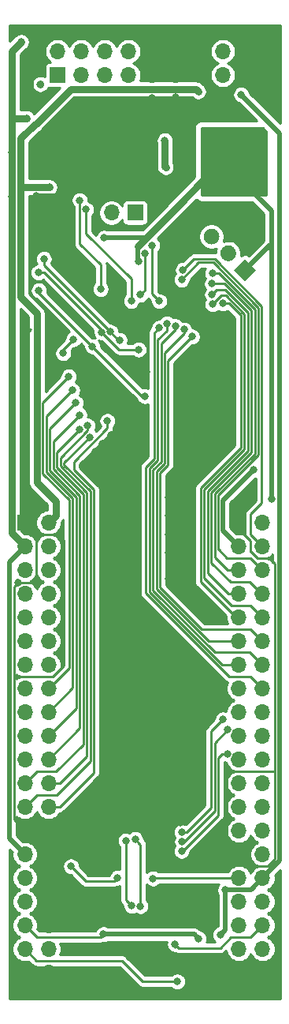
<source format=gbr>
%TF.GenerationSoftware,KiCad,Pcbnew,5.1.9+dfsg1-1*%
%TF.CreationDate,2021-03-03T14:05:15+01:00*%
%TF.ProjectId,rootcore,726f6f74-636f-4726-952e-6b696361645f,rev?*%
%TF.SameCoordinates,Original*%
%TF.FileFunction,Copper,L2,Bot*%
%TF.FilePolarity,Positive*%
%FSLAX46Y46*%
G04 Gerber Fmt 4.6, Leading zero omitted, Abs format (unit mm)*
G04 Created by KiCad (PCBNEW 5.1.9+dfsg1-1) date 2021-03-03 14:05:15*
%MOMM*%
%LPD*%
G01*
G04 APERTURE LIST*
%TA.AperFunction,ComponentPad*%
%ADD10R,1.700000X1.700000*%
%TD*%
%TA.AperFunction,ComponentPad*%
%ADD11O,1.700000X1.700000*%
%TD*%
%TA.AperFunction,ComponentPad*%
%ADD12C,0.100000*%
%TD*%
%TA.AperFunction,ViaPad*%
%ADD13C,0.800000*%
%TD*%
%TA.AperFunction,Conductor*%
%ADD14C,0.250000*%
%TD*%
%TA.AperFunction,Conductor*%
%ADD15C,0.762000*%
%TD*%
%TA.AperFunction,Conductor*%
%ADD16C,0.508000*%
%TD*%
%TA.AperFunction,Conductor*%
%ADD17C,0.254000*%
%TD*%
%TA.AperFunction,Conductor*%
%ADD18C,0.100000*%
%TD*%
G04 APERTURE END LIST*
D10*
%TO.P,J3,1*%
%TO.N,N/C*%
X26000000Y-32500000D03*
D11*
%TO.P,J3,2*%
X26000000Y-29960000D03*
%TO.P,J3,3*%
X28540000Y-32500000D03*
%TO.P,J3,4*%
X28540000Y-29960000D03*
%TO.P,J3,5*%
%TO.N,5vRAW*%
X31080000Y-32500000D03*
%TO.P,J3,6*%
X31080000Y-29960000D03*
%TO.P,J3,7*%
%TO.N,12vRAW*%
X33620000Y-32500000D03*
%TO.P,J3,8*%
X33620000Y-29960000D03*
%TO.P,J3,9*%
%TO.N,GND*%
X36160000Y-32500000D03*
%TO.P,J3,10*%
X36160000Y-29960000D03*
%TO.P,J3,11*%
X38700000Y-32500000D03*
%TO.P,J3,12*%
X38700000Y-29960000D03*
%TO.P,J3,13*%
X41240000Y-32500000D03*
%TO.P,J3,14*%
X41240000Y-29960000D03*
%TO.P,J3,15*%
%TO.N,-12vRAW*%
X43780000Y-32500000D03*
%TO.P,J3,16*%
X43780000Y-29960000D03*
%TD*%
D10*
%TO.P,J1,1*%
%TO.N,GND*%
X45500000Y-80500000D03*
D11*
%TO.P,J1,2*%
%TO.N,3v3*%
X48040000Y-80500000D03*
%TO.P,J1,3*%
%TO.N,5v*%
X45500000Y-83040000D03*
%TO.P,J1,4*%
%TO.N,PB9*%
X48040000Y-83040000D03*
%TO.P,J1,5*%
%TO.N,PB3*%
X45500000Y-85580000D03*
%TO.P,J1,6*%
%TO.N,PB8*%
X48040000Y-85580000D03*
%TO.P,J1,7*%
%TO.N,PC12*%
X45500000Y-88120000D03*
%TO.P,J1,8*%
%TO.N,PD2*%
X48040000Y-88120000D03*
%TO.P,J1,9*%
%TO.N,PC10*%
X45500000Y-90660000D03*
%TO.P,J1,10*%
%TO.N,PC11*%
X48040000Y-90660000D03*
%TO.P,J1,11*%
%TO.N,PB4*%
X45500000Y-93200000D03*
%TO.P,J1,12*%
%TO.N,PA15*%
X48040000Y-93200000D03*
%TO.P,J1,13*%
%TO.N,PB6*%
X45500000Y-95740000D03*
%TO.P,J1,14*%
%TO.N,PB5*%
X48040000Y-95740000D03*
%TO.P,J1,15*%
%TO.N,PF7*%
X45500000Y-98280000D03*
%TO.P,J1,16*%
%TO.N,PB7*%
X48040000Y-98280000D03*
%TO.P,J1,17*%
%TO.N,PA12*%
X45500000Y-100820000D03*
%TO.P,J1,18*%
%TO.N,PF6*%
X48040000Y-100820000D03*
%TO.P,J1,19*%
%TO.N,DAC_DIN*%
X45500000Y-103360000D03*
%TO.P,J1,20*%
%TO.N,DAC_LRCK*%
X48040000Y-103360000D03*
%TO.P,J1,21*%
%TO.N,DAC_BCK*%
X45500000Y-105900000D03*
%TO.P,J1,22*%
%TO.N,PA9*%
X48040000Y-105900000D03*
%TO.P,J1,23*%
%TO.N,PC8*%
X45500000Y-108440000D03*
%TO.P,J1,24*%
%TO.N,PC9*%
X48040000Y-108440000D03*
%TO.P,J1,25*%
%TO.N,PC6*%
X45500000Y-110980000D03*
%TO.P,J1,26*%
%TO.N,PC7*%
X48040000Y-110980000D03*
%TO.P,J1,27*%
%TO.N,PB15*%
X45500000Y-113520000D03*
%TO.P,J1,28*%
%TO.N,PD8*%
X48040000Y-113520000D03*
%TO.P,J1,29*%
%TO.N,GND*%
X45500000Y-116060000D03*
%TO.P,J1,30*%
%TO.N,PB14*%
X48040000Y-116060000D03*
%TO.P,J1,31*%
%TO.N,3v3*%
X45500000Y-118600000D03*
%TO.P,J1,32*%
%TO.N,-12v*%
X48040000Y-118600000D03*
%TO.P,J1,33*%
%TO.N,OP1_OUT*%
X45500000Y-121140000D03*
%TO.P,J1,34*%
%TO.N,OP1_INN*%
X48040000Y-121140000D03*
%TO.P,J1,35*%
%TO.N,OP1_INP*%
X45500000Y-123680000D03*
%TO.P,J1,36*%
%TO.N,OP2_INP*%
X48040000Y-123680000D03*
%TO.P,J1,37*%
%TO.N,OP2_INN*%
X45500000Y-126220000D03*
%TO.P,J1,38*%
%TO.N,OP2_OUT*%
X48040000Y-126220000D03*
%TO.P,J1,39*%
%TO.N,GND*%
X45500000Y-128760000D03*
%TO.P,J1,40*%
X48040000Y-128760000D03*
%TD*%
D10*
%TO.P,J2,1*%
%TO.N,GND*%
X22500000Y-80500000D03*
D11*
%TO.P,J2,2*%
%TO.N,-12v*%
X25040000Y-80500000D03*
%TO.P,J2,3*%
%TO.N,12v*%
X22500000Y-83040000D03*
%TO.P,J2,4*%
%TO.N,Ref2v5*%
X25040000Y-83040000D03*
%TO.P,J2,5*%
%TO.N,PC13*%
X22500000Y-85580000D03*
%TO.P,J2,6*%
%TO.N,PC14*%
X25040000Y-85580000D03*
%TO.P,J2,7*%
%TO.N,PC15*%
X22500000Y-88120000D03*
%TO.P,J2,8*%
%TO.N,PC0*%
X25040000Y-88120000D03*
%TO.P,J2,9*%
%TO.N,PC1*%
X22500000Y-90660000D03*
%TO.P,J2,10*%
%TO.N,PC2*%
X25040000Y-90660000D03*
%TO.P,J2,11*%
%TO.N,PC3*%
X22500000Y-93200000D03*
%TO.P,J2,12*%
%TO.N,PA0*%
X25040000Y-93200000D03*
%TO.P,J2,13*%
%TO.N,PA1*%
X22500000Y-95740000D03*
%TO.P,J2,14*%
%TO.N,PA2*%
X25040000Y-95740000D03*
%TO.P,J2,15*%
%TO.N,PA3*%
X22500000Y-98280000D03*
%TO.P,J2,16*%
%TO.N,PA4*%
X25040000Y-98280000D03*
%TO.P,J2,17*%
%TO.N,PA5*%
X22500000Y-100820000D03*
%TO.P,J2,18*%
%TO.N,PA6*%
X25040000Y-100820000D03*
%TO.P,J2,19*%
%TO.N,PA7*%
X22500000Y-103360000D03*
%TO.P,J2,20*%
%TO.N,PC4*%
X25040000Y-103360000D03*
%TO.P,J2,21*%
%TO.N,PC5*%
X22500000Y-105900000D03*
%TO.P,J2,22*%
%TO.N,PB0*%
X25040000Y-105900000D03*
%TO.P,J2,23*%
%TO.N,PB1*%
X22500000Y-108440000D03*
%TO.P,J2,24*%
%TO.N,PB2*%
X25040000Y-108440000D03*
%TO.P,J2,25*%
%TO.N,PE8*%
X22500000Y-110980000D03*
%TO.P,J2,26*%
%TO.N,PE9*%
X25040000Y-110980000D03*
%TO.P,J2,27*%
%TO.N,GND*%
X22500000Y-113520000D03*
%TO.P,J2,28*%
X25040000Y-113520000D03*
%TO.P,J2,29*%
%TO.N,12v*%
X22500000Y-116060000D03*
%TO.P,J2,30*%
%TO.N,GND*%
X25040000Y-116060000D03*
%TO.P,J2,31*%
%TO.N,12v*%
X22500000Y-118600000D03*
%TO.P,J2,32*%
%TO.N,GND*%
X25040000Y-118600000D03*
%TO.P,J2,33*%
%TO.N,12v*%
X22500000Y-121140000D03*
%TO.P,J2,34*%
%TO.N,GND*%
X25040000Y-121140000D03*
%TO.P,J2,35*%
%TO.N,12v*%
X22500000Y-123680000D03*
%TO.P,J2,36*%
%TO.N,GND*%
X25040000Y-123680000D03*
%TO.P,J2,37*%
%TO.N,OUT_R*%
X22500000Y-126220000D03*
%TO.P,J2,38*%
%TO.N,OUT_L*%
X25040000Y-126220000D03*
%TO.P,J2,39*%
%TO.N,GND*%
X22500000Y-128760000D03*
%TO.P,J2,40*%
X25040000Y-128760000D03*
%TD*%
%TO.P,J5,2*%
%TO.N,NRST*%
X31810000Y-47250000D03*
D10*
%TO.P,J5,1*%
%TO.N,BOOT0*%
X34350000Y-47250000D03*
%TD*%
%TA.AperFunction,ComponentPad*%
D12*
%TO.P,J4,1*%
%TO.N,3v3*%
G36*
X46160000Y-52207918D02*
G01*
X47362082Y-53410000D01*
X46160000Y-54612082D01*
X44957918Y-53410000D01*
X46160000Y-52207918D01*
G37*
%TD.AperFunction*%
%TO.P,J4,2*%
%TO.N,PA13*%
%TA.AperFunction,ComponentPad*%
G36*
G01*
X44964990Y-51012908D02*
X44964990Y-51012908D01*
G75*
G02*
X44964990Y-52214990I-601041J-601041D01*
G01*
X44964990Y-52214990D01*
G75*
G02*
X43762908Y-52214990I-601041J601041D01*
G01*
X43762908Y-52214990D01*
G75*
G02*
X43762908Y-51012908I601041J601041D01*
G01*
X43762908Y-51012908D01*
G75*
G02*
X44964990Y-51012908I601041J-601041D01*
G01*
G37*
%TD.AperFunction*%
%TO.P,J4,3*%
%TO.N,PA14*%
%TA.AperFunction,ComponentPad*%
G36*
G01*
X43168939Y-49216857D02*
X43168939Y-49216857D01*
G75*
G02*
X43168939Y-50418939I-601041J-601041D01*
G01*
X43168939Y-50418939D01*
G75*
G02*
X41966857Y-50418939I-601041J601041D01*
G01*
X41966857Y-50418939D01*
G75*
G02*
X41966857Y-49216857I601041J601041D01*
G01*
X41966857Y-49216857D01*
G75*
G02*
X43168939Y-49216857I601041J-601041D01*
G01*
G37*
%TD.AperFunction*%
%TO.P,J4,4*%
%TO.N,GND*%
%TA.AperFunction,ComponentPad*%
G36*
G01*
X41372887Y-47420805D02*
X41372887Y-47420805D01*
G75*
G02*
X41372887Y-48622887I-601041J-601041D01*
G01*
X41372887Y-48622887D01*
G75*
G02*
X40170805Y-48622887I-601041J601041D01*
G01*
X40170805Y-48622887D01*
G75*
G02*
X40170805Y-47420805I601041J601041D01*
G01*
X40170805Y-47420805D01*
G75*
G02*
X41372887Y-47420805I601041J-601041D01*
G01*
G37*
%TD.AperFunction*%
%TD*%
D13*
%TO.N,PF1*%
X28400000Y-45925000D03*
X30650000Y-55450000D03*
%TO.N,PF0*%
X33929364Y-56716084D03*
X29075000Y-46925000D03*
%TO.N,GND*%
X30100000Y-72900000D03*
X26700000Y-112900000D03*
X30850000Y-72000000D03*
X31750000Y-71100000D03*
X26700000Y-113800000D03*
X26700000Y-114650000D03*
X34600000Y-109600000D03*
X44404013Y-115550000D03*
X42999996Y-115550000D03*
X39150000Y-111245988D03*
X39225000Y-112675000D03*
X24625000Y-41125000D03*
X21781000Y-86900000D03*
X31599999Y-117900001D03*
X28750000Y-124050000D03*
X39850000Y-36850000D03*
X48050000Y-130550000D03*
X45500000Y-130550000D03*
X25050000Y-130550000D03*
X22550000Y-130550000D03*
X22480000Y-79210000D03*
X24675000Y-78700000D03*
X22500000Y-75300000D03*
X32800000Y-63300000D03*
X34350000Y-60200000D03*
X35650000Y-28275000D03*
X23025000Y-34225000D03*
X27025000Y-45450000D03*
X23700000Y-45433000D03*
X37360000Y-43640000D03*
X38832500Y-36287500D03*
X36190000Y-34980000D03*
X38700000Y-34908000D03*
X42470000Y-33300000D03*
X35330000Y-72120000D03*
X37950000Y-77750000D03*
X37950000Y-79750000D03*
X37950000Y-81750000D03*
X37950000Y-83750000D03*
X37950000Y-86550000D03*
X34450000Y-81750000D03*
X34450000Y-83750000D03*
X34450000Y-77750000D03*
X34450000Y-79750000D03*
X34450000Y-86500000D03*
X35550000Y-64350000D03*
X38850000Y-63500000D03*
X44750000Y-59650000D03*
X44750000Y-61650000D03*
X44750000Y-63650000D03*
X44750000Y-65650000D03*
X44750000Y-67650000D03*
X44750000Y-69650000D03*
X44750000Y-71650000D03*
X39571846Y-49221846D03*
%TO.N,5v*%
X47062500Y-74837500D03*
X37550000Y-39500000D03*
X37650000Y-42375000D03*
%TO.N,3v3*%
X49000000Y-78000000D03*
X31023539Y-49951457D03*
X34699996Y-52450000D03*
X27450000Y-117350000D03*
X36290000Y-118650000D03*
X32480000Y-118570000D03*
X42000000Y-38600000D03*
X43500000Y-38600000D03*
X45000000Y-38600000D03*
X46500000Y-38600000D03*
X48000000Y-38600000D03*
X42000000Y-40100000D03*
X43500000Y-40100000D03*
X48000000Y-40100000D03*
X42000000Y-41600000D03*
X43500000Y-41600000D03*
X48000000Y-41600000D03*
X42000000Y-43100000D03*
X43500000Y-43100000D03*
X48000000Y-43100000D03*
X42000000Y-44600000D03*
X43500000Y-44600000D03*
X45000000Y-44600000D03*
X46500000Y-44600000D03*
X48000000Y-44600000D03*
%TO.N,3v3a*%
X30750000Y-60100000D03*
X23947133Y-53678392D03*
X34725000Y-61950000D03*
%TO.N,GNDA*%
X32666490Y-60916490D03*
X31694422Y-60044422D03*
X24545500Y-52204500D03*
%TO.N,12v*%
X30950000Y-124650000D03*
X41175000Y-125100000D03*
X22100000Y-28950000D03*
X22700000Y-37150000D03*
X21090000Y-40800000D03*
X21090000Y-45530000D03*
%TO.N,-12v*%
X44050000Y-119900000D03*
X43500000Y-124700000D03*
X25150000Y-44525000D03*
X41125000Y-34250000D03*
X45750000Y-34600000D03*
%TO.N,PA6*%
X27601142Y-66300000D03*
%TO.N,PA4*%
X27224131Y-64827010D03*
%TO.N,PA2*%
X26631237Y-62331237D03*
X27708001Y-60842777D03*
%TO.N,Ref2v5*%
X29750000Y-61600000D03*
X24000000Y-55600000D03*
X35379948Y-66950000D03*
%TO.N,PB0*%
X28355164Y-68952822D03*
%TO.N,PB1*%
X28355164Y-70525000D03*
%TO.N,PB2*%
X29259624Y-70107042D03*
%TO.N,PE8*%
X29443002Y-71322195D03*
%TO.N,PE9*%
X31375000Y-69600000D03*
%TO.N,PC4*%
X27978153Y-67652010D03*
%TO.N,PB8*%
X39350000Y-54450000D03*
%TO.N,PB9*%
X39491897Y-53383992D03*
%TO.N,BOOT0*%
X36185946Y-50754019D03*
X36950000Y-56750002D03*
%TO.N,NRST*%
X34933930Y-56045142D03*
X35411010Y-51598066D03*
%TO.N,PA15*%
X40475000Y-60550000D03*
%TO.N,PC10*%
X43800000Y-57000000D03*
%TO.N,PC11*%
X42675000Y-57075000D03*
%TO.N,PC12*%
X42625000Y-56025000D03*
%TO.N,PD2*%
X42625000Y-54875000D03*
%TO.N,PB3*%
X42675000Y-53775000D03*
%TO.N,PB4*%
X39599999Y-59800000D03*
%TO.N,PB5*%
X38667729Y-59426186D03*
%TO.N,PB6*%
X37750000Y-59150000D03*
%TO.N,PB7*%
X36938673Y-59598441D03*
%TO.N,DAC_LRCK*%
X43800000Y-101600000D03*
X39350000Y-113700000D03*
%TO.N,DAC_DIN*%
X44275000Y-102725000D03*
X39400000Y-114699996D03*
%TO.N,DAC_BCK*%
X44275000Y-105325000D03*
X39350000Y-115700000D03*
%TO.N,DAC_R*%
X33343186Y-114591181D03*
X33999990Y-121600000D03*
%TO.N,DAC_L*%
X34360000Y-114440000D03*
X34926869Y-121616284D03*
%TO.N,OUT_R*%
X38900000Y-129700000D03*
%TO.N,OP2_INP*%
X38625000Y-125700000D03*
%TO.N,12vRAW*%
X24150000Y-33475000D03*
%TD*%
D14*
%TO.N,PF1*%
X30650000Y-52850000D02*
X30650000Y-55450000D01*
X28400000Y-50600000D02*
X30650000Y-52850000D01*
X28400000Y-45925000D02*
X28400000Y-50600000D01*
%TO.N,PF0*%
X29075000Y-46925000D02*
X29075000Y-49525000D01*
X29075000Y-49525000D02*
X33929364Y-54379364D01*
X33929364Y-54379364D02*
X33929364Y-56150399D01*
X33929364Y-56150399D02*
X33929364Y-56716084D01*
D15*
%TO.N,GND*%
X22500000Y-113520000D02*
X25040000Y-113520000D01*
D16*
X44990000Y-115550000D02*
X44404013Y-115550000D01*
X45500000Y-116060000D02*
X44990000Y-115550000D01*
D14*
X44404013Y-115550000D02*
X42999996Y-115550000D01*
D16*
X45500000Y-130350000D02*
X45500000Y-128760000D01*
X25050000Y-128770000D02*
X25040000Y-128760000D01*
X25050000Y-130400000D02*
X25050000Y-128770000D01*
X24165000Y-79210000D02*
X24675000Y-78700000D01*
X22480000Y-79210000D02*
X24165000Y-79210000D01*
D14*
X22500000Y-75300000D02*
X22375000Y-75175000D01*
X22375000Y-75175000D02*
X22375000Y-65725000D01*
X22375000Y-60525000D02*
X23158980Y-59741020D01*
X22375000Y-65725000D02*
X22375000Y-60525000D01*
X22500000Y-76525000D02*
X24675000Y-78700000D01*
X22500000Y-75300000D02*
X22500000Y-76525000D01*
D16*
X48050000Y-128770000D02*
X48040000Y-128760000D01*
X48050000Y-130550000D02*
X48050000Y-128770000D01*
D14*
X21550000Y-97050000D02*
X21397999Y-97202001D01*
X26718414Y-82368414D02*
X26718414Y-95831586D01*
X26100000Y-81750000D02*
X26718414Y-82368414D01*
X24250000Y-81750000D02*
X26100000Y-81750000D01*
X26718414Y-95831586D02*
X25500000Y-97050000D01*
X22500000Y-80500000D02*
X23000000Y-80500000D01*
X25500000Y-97050000D02*
X21550000Y-97050000D01*
X21545998Y-97050000D02*
X21397999Y-96902001D01*
X21550000Y-97050000D02*
X21545998Y-97050000D01*
X21397999Y-97202001D02*
X21397999Y-96902001D01*
X45500000Y-80500000D02*
X45500000Y-81200000D01*
X45500000Y-81200000D02*
X46750000Y-82450000D01*
X46750000Y-82450000D02*
X46750000Y-83550000D01*
X46750000Y-83550000D02*
X47500000Y-84300000D01*
X47500000Y-84300000D02*
X48800000Y-84300000D01*
X48800000Y-84300000D02*
X49393990Y-84893990D01*
X49393990Y-116530404D02*
X48624394Y-117300000D01*
X46740000Y-117300000D02*
X45500000Y-116060000D01*
X48624394Y-117300000D02*
X46740000Y-117300000D01*
X49393990Y-107193990D02*
X49393990Y-116530404D01*
X49393990Y-84893990D02*
X49393990Y-107193990D01*
X49350000Y-107150000D02*
X49393990Y-107193990D01*
X44750000Y-107150000D02*
X49350000Y-107150000D01*
X44200000Y-107700000D02*
X44750000Y-107150000D01*
X44200000Y-114850000D02*
X44200000Y-107700000D01*
X44404013Y-115054013D02*
X44200000Y-114850000D01*
X44404013Y-115550000D02*
X44404013Y-115054013D01*
D15*
X36160000Y-28785000D02*
X35650000Y-28275000D01*
X36160000Y-29960000D02*
X36160000Y-28785000D01*
X23025000Y-30100000D02*
X23025000Y-34225000D01*
X25125000Y-28000000D02*
X23025000Y-30100000D01*
X35375000Y-28000000D02*
X25125000Y-28000000D01*
X35650000Y-28275000D02*
X35375000Y-28000000D01*
D16*
X23717000Y-45450000D02*
X23700000Y-45433000D01*
X27025000Y-45450000D02*
X23717000Y-45450000D01*
D15*
X41670000Y-32500000D02*
X42470000Y-33300000D01*
X41240000Y-32500000D02*
X41670000Y-32500000D01*
D14*
X21781000Y-86900000D02*
X23000000Y-86900000D01*
X23000000Y-86900000D02*
X23750000Y-86150000D01*
X23750000Y-86150000D02*
X23750000Y-82525000D01*
X23750000Y-82525000D02*
X23750000Y-81250000D01*
X23750000Y-81250000D02*
X24250000Y-81750000D01*
X23000000Y-80500000D02*
X23750000Y-81250000D01*
X21325000Y-97275000D02*
X21397999Y-97202001D01*
X21325000Y-112345000D02*
X21325000Y-97275000D01*
X22500000Y-113520000D02*
X21325000Y-112345000D01*
X21325000Y-87356000D02*
X21781000Y-86900000D01*
X21325000Y-97300000D02*
X21325000Y-87356000D01*
D16*
%TO.N,5v*%
X43800000Y-81340000D02*
X43800000Y-78100000D01*
X45500000Y-83040000D02*
X43800000Y-81340000D01*
X43800000Y-78100000D02*
X47062500Y-74837500D01*
D15*
X37550000Y-42275000D02*
X37650000Y-42375000D01*
X37550000Y-39500000D02*
X37550000Y-42275000D01*
%TO.N,3v3*%
X34630000Y-50870000D02*
X34603000Y-50870000D01*
X35759500Y-49740500D02*
X34630000Y-50870000D01*
D16*
X35600000Y-49900000D02*
X35759500Y-49740500D01*
D15*
X35600000Y-49900000D02*
X38050000Y-47450000D01*
X38050000Y-47450000D02*
X38100000Y-47400000D01*
D16*
X35600000Y-49900000D02*
X31074996Y-49900000D01*
X31074996Y-49900000D02*
X31023539Y-49951457D01*
X30974996Y-50000000D02*
X31023539Y-49951457D01*
X34630000Y-52380004D02*
X34699996Y-52450000D01*
X34630000Y-50870000D02*
X34630000Y-52380004D01*
D14*
X39750000Y-118600000D02*
X45500000Y-118600000D01*
X36340000Y-118600000D02*
X36290000Y-118650000D01*
X39750000Y-118600000D02*
X36340000Y-118600000D01*
X29069999Y-118969999D02*
X27450000Y-117350000D01*
X32080001Y-118969999D02*
X29069999Y-118969999D01*
X32480000Y-118570000D02*
X32080001Y-118969999D01*
D15*
X42550000Y-42950000D02*
X38050000Y-47450000D01*
X42550000Y-41650000D02*
X42550000Y-42950000D01*
X43450000Y-41650000D02*
X43500000Y-41600000D01*
X42550000Y-41650000D02*
X43450000Y-41650000D01*
D16*
X49000000Y-47100000D02*
X43500000Y-41600000D01*
X48570000Y-51000000D02*
X48700000Y-51000000D01*
X49000000Y-50700000D02*
X49000000Y-47100000D01*
X49000000Y-78000000D02*
X49000000Y-50700000D01*
X48870000Y-50700000D02*
X49000000Y-50700000D01*
X46160000Y-53410000D02*
X48870000Y-50700000D01*
D14*
%TO.N,3v3a*%
X30750000Y-60100000D02*
X30750000Y-59850000D01*
X30750000Y-59850000D02*
X27450000Y-56550000D01*
X27450000Y-56550000D02*
X25550000Y-54650000D01*
X24578392Y-53678392D02*
X23947133Y-53678392D01*
X25550000Y-54650000D02*
X24578392Y-53678392D01*
X30750000Y-60100000D02*
X32600000Y-61950000D01*
X32600000Y-61950000D02*
X34725000Y-61950000D01*
%TO.N,GNDA*%
X32566490Y-60916490D02*
X31694422Y-60044422D01*
X32666490Y-60916490D02*
X32566490Y-60916490D01*
X24545500Y-52895500D02*
X24545500Y-52204500D01*
X31694422Y-60044422D02*
X24545500Y-52895500D01*
%TO.N,12v*%
X30950000Y-124650000D02*
X30650000Y-124950000D01*
X23770000Y-124950000D02*
X22500000Y-123680000D01*
X30650000Y-124950000D02*
X23770000Y-124950000D01*
D16*
X40725000Y-124650000D02*
X41175000Y-125100000D01*
X30950000Y-124650000D02*
X40725000Y-124650000D01*
D15*
X21090000Y-29960000D02*
X22100000Y-28950000D01*
X22500000Y-83040000D02*
X21090000Y-81630000D01*
X22700000Y-37150000D02*
X21110000Y-37150000D01*
X21110000Y-37150000D02*
X21090000Y-37130000D01*
X21090000Y-37130000D02*
X21090000Y-29960000D01*
X21090000Y-40800000D02*
X21090000Y-37130000D01*
X21090000Y-45530000D02*
X21090000Y-40800000D01*
X21090000Y-81630000D02*
X21090000Y-45530000D01*
D16*
X20818989Y-114378989D02*
X22500000Y-116060000D01*
X22500000Y-83040000D02*
X20818989Y-84721011D01*
X20818989Y-84721011D02*
X20818989Y-114378989D01*
D15*
%TO.N,-12v*%
X25800000Y-79740000D02*
X25040000Y-80500000D01*
X25800000Y-78220000D02*
X25800000Y-79740000D01*
X22050000Y-56300000D02*
X23791990Y-58041990D01*
X23791990Y-76211990D02*
X23877500Y-76297500D01*
X23791990Y-58041990D02*
X23791990Y-76211990D01*
X23877500Y-76297500D02*
X25800000Y-78220000D01*
D16*
X48040000Y-118600000D02*
X46808999Y-119831001D01*
X44118999Y-119831001D02*
X44050000Y-119900000D01*
X46808999Y-119831001D02*
X44118999Y-119831001D01*
X44050000Y-119900000D02*
X44050000Y-120275000D01*
X44050000Y-119900000D02*
X44050000Y-123025000D01*
X44050000Y-124150000D02*
X43500000Y-124700000D01*
X44050000Y-123025000D02*
X44050000Y-124150000D01*
D15*
X22250000Y-44525000D02*
X22050000Y-44725000D01*
X25150000Y-44525000D02*
X22250000Y-44525000D01*
X22050000Y-44725000D02*
X22050000Y-56300000D01*
D16*
X48040000Y-118600000D02*
X49900000Y-116740000D01*
X49900000Y-116740000D02*
X49900000Y-38750000D01*
X49900000Y-38750000D02*
X45750000Y-34600000D01*
D15*
X40875000Y-34000000D02*
X41125000Y-34250000D01*
X27430000Y-34000000D02*
X40875000Y-34000000D01*
X23680000Y-37750000D02*
X27430000Y-34000000D01*
X23606009Y-37750000D02*
X23680000Y-37750000D01*
X22050000Y-39306009D02*
X23606009Y-37750000D01*
X22050000Y-44725000D02*
X22050000Y-39306009D01*
D14*
%TO.N,PA6*%
X27652010Y-98207990D02*
X27652010Y-77918838D01*
X24802010Y-75068838D02*
X24802010Y-69099132D01*
X25040000Y-100820000D02*
X27652010Y-98207990D01*
X27652010Y-77918838D02*
X24802010Y-75068838D01*
X24802010Y-69099132D02*
X27601142Y-66300000D01*
%TO.N,PA4*%
X25040000Y-98280000D02*
X27275000Y-96045000D01*
X27275000Y-96045000D02*
X27275000Y-78075000D01*
X27275000Y-78075000D02*
X24425000Y-75225000D01*
X24425000Y-67626141D02*
X27224131Y-64827010D01*
X24425000Y-75225000D02*
X24425000Y-67626141D01*
%TO.N,PA2*%
X26631237Y-61919541D02*
X26631237Y-62331237D01*
X27708001Y-60842777D02*
X26631237Y-61919541D01*
%TO.N,Ref2v5*%
X29750000Y-61600000D02*
X24000000Y-55850000D01*
X24000000Y-55850000D02*
X24000000Y-55600000D01*
X35100000Y-66950000D02*
X35379948Y-66950000D01*
X29750000Y-61600000D02*
X35100000Y-66950000D01*
%TO.N,PB0*%
X28406029Y-77606515D02*
X25556029Y-74756515D01*
X25556029Y-74756515D02*
X25556029Y-71751957D01*
X25040000Y-105900000D02*
X28406029Y-102533971D01*
X28406029Y-102533971D02*
X28406029Y-77606515D01*
X25556029Y-71751957D02*
X28355164Y-68952822D01*
%TO.N,PB1*%
X25875000Y-107175000D02*
X28783040Y-104266960D01*
X23765000Y-107175000D02*
X25875000Y-107175000D01*
X28783040Y-77450352D02*
X25933040Y-74600352D01*
X28783040Y-104266960D02*
X28783040Y-77450352D01*
X25933040Y-72947124D02*
X28355164Y-70525000D01*
X22500000Y-108440000D02*
X23765000Y-107175000D01*
X25933040Y-74600352D02*
X25933040Y-72947124D01*
%TO.N,PB2*%
X26310051Y-74444189D02*
X26310051Y-73533064D01*
X26242081Y-108440000D02*
X29160050Y-105522031D01*
X29259624Y-70583491D02*
X29259624Y-70107042D01*
X29160050Y-105522031D02*
X29160051Y-77294189D01*
X29160051Y-77294189D02*
X26310051Y-74444189D01*
X26310051Y-73533064D02*
X29259624Y-70583491D01*
X25040000Y-108440000D02*
X26242081Y-108440000D01*
%TO.N,PE8*%
X22500000Y-110980000D02*
X23780000Y-109700000D01*
X23780000Y-109700000D02*
X25925000Y-109700000D01*
X25925000Y-109700000D02*
X29537060Y-106087940D01*
X29537060Y-77138028D02*
X26699516Y-74300484D01*
X26699516Y-74300484D02*
X26699516Y-74065681D01*
X26699516Y-74065681D02*
X29443002Y-71322195D01*
X29537060Y-106087940D02*
X29537060Y-77138028D01*
%TO.N,PE9*%
X29914071Y-76981865D02*
X29914071Y-107308010D01*
X29914071Y-107308010D02*
X26242081Y-110980000D01*
X27750000Y-74817794D02*
X29914071Y-76981865D01*
X27750000Y-73980159D02*
X27750000Y-74817794D01*
X26242081Y-110980000D02*
X25040000Y-110980000D01*
X31375000Y-70355159D02*
X27750000Y-73980159D01*
X31375000Y-69600000D02*
X31375000Y-70355159D01*
%TO.N,PC4*%
X28029020Y-77762676D02*
X25179020Y-74912676D01*
X25040000Y-103360000D02*
X28029020Y-100370980D01*
X25179020Y-70451143D02*
X27978153Y-67652010D01*
X25179020Y-74912676D02*
X25179020Y-70451143D01*
X28029020Y-100370980D02*
X28029020Y-77762676D01*
%TO.N,PB8*%
X39350000Y-54450000D02*
X41197990Y-52602010D01*
X41197990Y-52602010D02*
X42743838Y-52602010D01*
X47597990Y-57456162D02*
X47597990Y-73252010D01*
X42743838Y-52602010D02*
X47597990Y-57456162D01*
X43293990Y-77556010D02*
X43293990Y-83373990D01*
X47597990Y-73252010D02*
X43293990Y-77556010D01*
X43293990Y-83373990D02*
X43323990Y-83373990D01*
X43323990Y-83373990D02*
X44250000Y-84300000D01*
X46760000Y-84300000D02*
X47773414Y-85313414D01*
X44250000Y-84300000D02*
X46760000Y-84300000D01*
%TO.N,PB9*%
X46775000Y-79600000D02*
X47975000Y-78400000D01*
X48040000Y-83040000D02*
X46775000Y-81775000D01*
X46775000Y-81775000D02*
X46775000Y-79600000D01*
X47975000Y-78400000D02*
X47975000Y-57300000D01*
X47975000Y-57300000D02*
X42900000Y-52225000D01*
X42900000Y-52225000D02*
X40650889Y-52225000D01*
X40650889Y-52225000D02*
X39491897Y-53383992D01*
%TO.N,BOOT0*%
X36185946Y-50754019D02*
X36185946Y-55985948D01*
X36185946Y-55985948D02*
X36950000Y-56750002D01*
%TO.N,NRST*%
X34933930Y-56045142D02*
X35411010Y-55568062D01*
X35411010Y-55568062D02*
X35411010Y-51598066D01*
%TO.N,PA15*%
X46790000Y-91950000D02*
X48040000Y-93200000D01*
X37900000Y-74297650D02*
X37050000Y-75147650D01*
X37050000Y-75147650D02*
X37050000Y-87469997D01*
X37050000Y-87469997D02*
X41530003Y-91950000D01*
X40475000Y-60550000D02*
X37900000Y-63125000D01*
X41530003Y-91950000D02*
X46790000Y-91950000D01*
X37900000Y-63125000D02*
X37900000Y-74297650D01*
%TO.N,PC10*%
X45200000Y-90660000D02*
X45500000Y-90660000D01*
X41395981Y-86855981D02*
X45200000Y-90660000D01*
X41395981Y-76788159D02*
X41395981Y-86855981D01*
X45712940Y-72471200D02*
X41395981Y-76788159D01*
X45712940Y-58266168D02*
X45712940Y-72471200D01*
X44446772Y-57000000D02*
X45712940Y-58266168D01*
X43800000Y-57000000D02*
X44446772Y-57000000D01*
%TO.N,PC11*%
X46089950Y-72627362D02*
X41772991Y-76944321D01*
X41772991Y-86422991D02*
X41800000Y-86450000D01*
X41772991Y-76944321D02*
X41772991Y-86422991D01*
X46089950Y-58110006D02*
X46089950Y-72627362D01*
X44089972Y-56110028D02*
X46089950Y-58110006D01*
X43639972Y-56110028D02*
X44089972Y-56110028D01*
X42675000Y-57075000D02*
X43639972Y-56110028D01*
X41772991Y-86422991D02*
X44750000Y-89400000D01*
X46780000Y-89400000D02*
X48040000Y-90660000D01*
X44750000Y-89400000D02*
X46780000Y-89400000D01*
%TO.N,PC12*%
X44040117Y-55527001D02*
X46466960Y-57953844D01*
X46466960Y-72783524D02*
X42162960Y-77087524D01*
X46466960Y-57953844D02*
X46466960Y-72783524D01*
X42162960Y-85896132D02*
X42150000Y-85909092D01*
X42162960Y-77087524D02*
X42162960Y-85896132D01*
X44386828Y-88120000D02*
X45500000Y-88120000D01*
X42162960Y-85896132D02*
X44386828Y-88120000D01*
X43122999Y-55527001D02*
X42625000Y-56025000D01*
X44040117Y-55527001D02*
X43122999Y-55527001D01*
%TO.N,PD2*%
X42539970Y-84789970D02*
X44600000Y-86850000D01*
X42539970Y-77243686D02*
X42539970Y-84789970D01*
X46843970Y-72939686D02*
X42539970Y-77243686D01*
X46843970Y-57768486D02*
X46843970Y-72939686D01*
X43950484Y-54875000D02*
X46843970Y-57768486D01*
X42625000Y-54875000D02*
X43950484Y-54875000D01*
X44600000Y-86850000D02*
X46650000Y-86850000D01*
X47920000Y-88120000D02*
X48040000Y-88120000D01*
X46650000Y-86850000D02*
X47920000Y-88120000D01*
%TO.N,PB3*%
X47220980Y-73095848D02*
X42916980Y-77399848D01*
X47220980Y-57612324D02*
X47220980Y-73095848D01*
X43383656Y-53775000D02*
X47220980Y-57612324D01*
X42675000Y-53775000D02*
X43383656Y-53775000D01*
X44297919Y-85580000D02*
X45500000Y-85580000D01*
X42916980Y-84199061D02*
X44297919Y-85580000D01*
X42916980Y-77399848D02*
X42916980Y-84199061D01*
%TO.N,PB4*%
X39599999Y-60200001D02*
X39599999Y-59800000D01*
X37522989Y-62277011D02*
X39599999Y-60200001D01*
X37522989Y-74141483D02*
X37522989Y-62277011D01*
X36654022Y-75010450D02*
X37522989Y-74141483D01*
X36654022Y-87607189D02*
X36654022Y-75010450D01*
X42246833Y-93200000D02*
X36654022Y-87607189D01*
X45500000Y-93200000D02*
X42246833Y-93200000D01*
%TO.N,PB5*%
X38667729Y-59782271D02*
X38667729Y-59426186D01*
X37145978Y-61304022D02*
X38667729Y-59782271D01*
X37145978Y-73985320D02*
X37145978Y-61304022D01*
X36277012Y-74854286D02*
X37145978Y-73985320D01*
X36277011Y-87763352D02*
X36277012Y-74854286D01*
X42918684Y-94405025D02*
X36277011Y-87763352D01*
X46705025Y-94405025D02*
X42918684Y-94405025D01*
X48040000Y-95740000D02*
X46705025Y-94405025D01*
%TO.N,PB6*%
X37750000Y-59900000D02*
X37750000Y-59150000D01*
X36768968Y-60881032D02*
X37750000Y-59900000D01*
X36768968Y-73829156D02*
X36768968Y-60881032D01*
X35900002Y-74698122D02*
X36768968Y-73829156D01*
X35900000Y-87919515D02*
X35900002Y-74698122D01*
X43720485Y-95740000D02*
X35900000Y-87919515D01*
X45500000Y-95740000D02*
X43720485Y-95740000D01*
%TO.N,PB7*%
X44447311Y-97000000D02*
X35522992Y-88075681D01*
X35522992Y-88075681D02*
X35522992Y-74541958D01*
X36391958Y-60145156D02*
X36938673Y-59598441D01*
X35522992Y-74541958D02*
X36391958Y-73672992D01*
X48040000Y-98280000D02*
X46760000Y-97000000D01*
X36391958Y-73672992D02*
X36391958Y-60145156D01*
X46760000Y-97000000D02*
X44447311Y-97000000D01*
%TO.N,DAC_LRCK*%
X42520981Y-102879019D02*
X43800000Y-101600000D01*
X42520981Y-111045843D02*
X42520981Y-102879019D01*
X39916824Y-113650000D02*
X42520981Y-111045843D01*
X39400000Y-113650000D02*
X39916824Y-113650000D01*
X39350000Y-113700000D02*
X39400000Y-113650000D01*
%TO.N,DAC_DIN*%
X39600004Y-114699996D02*
X39400000Y-114699996D01*
X42897991Y-111402009D02*
X39600004Y-114699996D01*
X42897991Y-104102009D02*
X42897991Y-111402009D01*
X44275000Y-102725000D02*
X42897991Y-104102009D01*
%TO.N,DAC_BCK*%
X39475000Y-115700000D02*
X39350000Y-115700000D01*
X43300000Y-111875000D02*
X39475000Y-115700000D01*
X43700000Y-105325000D02*
X43300000Y-105725000D01*
X43300000Y-105725000D02*
X43300000Y-111875000D01*
X44275000Y-105325000D02*
X43700000Y-105325000D01*
%TO.N,DAC_R*%
X33343186Y-114591181D02*
X33343186Y-120943196D01*
X33343186Y-120943196D02*
X33999990Y-121600000D01*
%TO.N,DAC_L*%
X34360000Y-114440000D02*
X34759999Y-114839999D01*
X34759999Y-121783154D02*
X34926869Y-121616284D01*
X34926869Y-115006869D02*
X34759999Y-114839999D01*
X34926869Y-121616284D02*
X34926869Y-115006869D01*
%TO.N,OUT_R*%
X38900000Y-129700000D02*
X35150000Y-129700000D01*
X35150000Y-129700000D02*
X32925000Y-127475000D01*
X23755000Y-127475000D02*
X22500000Y-126220000D01*
X32925000Y-127475000D02*
X23755000Y-127475000D01*
%TO.N,OP2_INP*%
X46745000Y-124975000D02*
X44625000Y-124975000D01*
X48040000Y-123680000D02*
X46745000Y-124975000D01*
X38661267Y-125736267D02*
X38625000Y-125700000D01*
X38661267Y-126016335D02*
X38661267Y-125736267D01*
X43500001Y-126099999D02*
X44625000Y-124975000D01*
X39024999Y-126099999D02*
X43500001Y-126099999D01*
X38625000Y-125700000D02*
X39024999Y-126099999D01*
D15*
%TO.N,12vRAW*%
X24175000Y-33450000D02*
X24150000Y-33475000D01*
%TD*%
D17*
%TO.N,GND*%
X21145709Y-115810210D02*
X21123000Y-115924377D01*
X21123000Y-116195623D01*
X21175917Y-116461656D01*
X21279718Y-116712254D01*
X21430414Y-116937787D01*
X21622213Y-117129586D01*
X21847746Y-117280282D01*
X21967776Y-117330000D01*
X21847746Y-117379718D01*
X21622213Y-117530414D01*
X21430414Y-117722213D01*
X21279718Y-117947746D01*
X21175917Y-118198344D01*
X21123000Y-118464377D01*
X21123000Y-118735623D01*
X21175917Y-119001656D01*
X21279718Y-119252254D01*
X21430414Y-119477787D01*
X21622213Y-119669586D01*
X21847746Y-119820282D01*
X21967776Y-119870000D01*
X21847746Y-119919718D01*
X21622213Y-120070414D01*
X21430414Y-120262213D01*
X21279718Y-120487746D01*
X21175917Y-120738344D01*
X21123000Y-121004377D01*
X21123000Y-121275623D01*
X21175917Y-121541656D01*
X21279718Y-121792254D01*
X21430414Y-122017787D01*
X21622213Y-122209586D01*
X21847746Y-122360282D01*
X21967776Y-122410000D01*
X21847746Y-122459718D01*
X21622213Y-122610414D01*
X21430414Y-122802213D01*
X21279718Y-123027746D01*
X21175917Y-123278344D01*
X21123000Y-123544377D01*
X21123000Y-123815623D01*
X21175917Y-124081656D01*
X21279718Y-124332254D01*
X21430414Y-124557787D01*
X21622213Y-124749586D01*
X21847746Y-124900282D01*
X21967776Y-124950000D01*
X21847746Y-124999718D01*
X21622213Y-125150414D01*
X21430414Y-125342213D01*
X21279718Y-125567746D01*
X21175917Y-125818344D01*
X21123000Y-126084377D01*
X21123000Y-126355623D01*
X21175917Y-126621656D01*
X21279718Y-126872254D01*
X21430414Y-127097787D01*
X21622213Y-127289586D01*
X21847746Y-127440282D01*
X22098344Y-127544083D01*
X22364377Y-127597000D01*
X22635623Y-127597000D01*
X22901656Y-127544083D01*
X22901911Y-127543977D01*
X23271320Y-127913387D01*
X23291736Y-127938264D01*
X23391016Y-128019741D01*
X23504283Y-128080283D01*
X23627185Y-128117565D01*
X23754999Y-128130154D01*
X23787021Y-128127000D01*
X32654934Y-128127000D01*
X34666320Y-130138387D01*
X34686736Y-130163264D01*
X34786016Y-130244741D01*
X34899283Y-130305283D01*
X35022185Y-130342565D01*
X35149999Y-130355154D01*
X35182021Y-130352000D01*
X38241024Y-130352000D01*
X38309072Y-130420048D01*
X38460901Y-130521496D01*
X38629604Y-130591376D01*
X38808699Y-130627000D01*
X38991301Y-130627000D01*
X39170396Y-130591376D01*
X39339099Y-130521496D01*
X39490928Y-130420048D01*
X39620048Y-130290928D01*
X39721496Y-130139099D01*
X39791376Y-129970396D01*
X39827000Y-129791301D01*
X39827000Y-129608699D01*
X39791376Y-129429604D01*
X39721496Y-129260901D01*
X39620048Y-129109072D01*
X39490928Y-128979952D01*
X39339099Y-128878504D01*
X39170396Y-128808624D01*
X38991301Y-128773000D01*
X38808699Y-128773000D01*
X38629604Y-128808624D01*
X38460901Y-128878504D01*
X38309072Y-128979952D01*
X38241024Y-129048000D01*
X35420067Y-129048000D01*
X33408685Y-127036619D01*
X33388264Y-127011736D01*
X33288984Y-126930259D01*
X33175717Y-126869717D01*
X33052814Y-126832435D01*
X32957022Y-126823000D01*
X32925000Y-126819846D01*
X32892978Y-126823000D01*
X26280684Y-126823000D01*
X26364083Y-126621656D01*
X26417000Y-126355623D01*
X26417000Y-126084377D01*
X26364083Y-125818344D01*
X26274470Y-125602000D01*
X30617978Y-125602000D01*
X30650000Y-125605154D01*
X30682022Y-125602000D01*
X30777814Y-125592565D01*
X30840837Y-125573447D01*
X30858699Y-125577000D01*
X31041301Y-125577000D01*
X31220396Y-125541376D01*
X31389099Y-125471496D01*
X31449706Y-125431000D01*
X37733346Y-125431000D01*
X37698000Y-125608699D01*
X37698000Y-125791301D01*
X37733624Y-125970396D01*
X37803504Y-126139099D01*
X37904952Y-126290928D01*
X38034072Y-126420048D01*
X38185901Y-126521496D01*
X38351790Y-126590210D01*
X38410550Y-126621618D01*
X38533453Y-126658900D01*
X38661267Y-126671489D01*
X38703312Y-126667348D01*
X38774282Y-126705282D01*
X38897184Y-126742564D01*
X39024998Y-126755153D01*
X39057020Y-126751999D01*
X43467979Y-126751999D01*
X43500001Y-126755153D01*
X43532023Y-126751999D01*
X43627815Y-126742564D01*
X43750718Y-126705282D01*
X43863985Y-126644740D01*
X43963265Y-126563263D01*
X43983686Y-126538380D01*
X44130208Y-126391859D01*
X44175917Y-126621656D01*
X44279718Y-126872254D01*
X44430414Y-127097787D01*
X44622213Y-127289586D01*
X44847746Y-127440282D01*
X45098344Y-127544083D01*
X45364377Y-127597000D01*
X45635623Y-127597000D01*
X45901656Y-127544083D01*
X46152254Y-127440282D01*
X46377787Y-127289586D01*
X46569586Y-127097787D01*
X46720282Y-126872254D01*
X46770000Y-126752224D01*
X46819718Y-126872254D01*
X46970414Y-127097787D01*
X47162213Y-127289586D01*
X47387746Y-127440282D01*
X47638344Y-127544083D01*
X47904377Y-127597000D01*
X48175623Y-127597000D01*
X48441656Y-127544083D01*
X48692254Y-127440282D01*
X48917787Y-127289586D01*
X49109586Y-127097787D01*
X49260282Y-126872254D01*
X49364083Y-126621656D01*
X49417000Y-126355623D01*
X49417000Y-126084377D01*
X49364083Y-125818344D01*
X49260282Y-125567746D01*
X49109586Y-125342213D01*
X48917787Y-125150414D01*
X48692254Y-124999718D01*
X48572224Y-124950000D01*
X48692254Y-124900282D01*
X48917787Y-124749586D01*
X49109586Y-124557787D01*
X49260282Y-124332254D01*
X49364083Y-124081656D01*
X49417000Y-123815623D01*
X49417000Y-123544377D01*
X49364083Y-123278344D01*
X49260282Y-123027746D01*
X49109586Y-122802213D01*
X48917787Y-122610414D01*
X48692254Y-122459718D01*
X48572224Y-122410000D01*
X48692254Y-122360282D01*
X48917787Y-122209586D01*
X49109586Y-122017787D01*
X49260282Y-121792254D01*
X49364083Y-121541656D01*
X49417000Y-121275623D01*
X49417000Y-121004377D01*
X49364083Y-120738344D01*
X49260282Y-120487746D01*
X49109586Y-120262213D01*
X48917787Y-120070414D01*
X48692254Y-119919718D01*
X48572224Y-119870000D01*
X48692254Y-119820282D01*
X48917787Y-119669586D01*
X49109586Y-119477787D01*
X49260282Y-119252254D01*
X49364083Y-119001656D01*
X49417000Y-118735623D01*
X49417000Y-118464377D01*
X49394291Y-118350209D01*
X49948001Y-117796499D01*
X49948001Y-131523000D01*
X20877000Y-131523000D01*
X20877000Y-115541500D01*
X21145709Y-115810210D01*
%TA.AperFunction,Conductor*%
D18*
G36*
X21145709Y-115810210D02*
G01*
X21123000Y-115924377D01*
X21123000Y-116195623D01*
X21175917Y-116461656D01*
X21279718Y-116712254D01*
X21430414Y-116937787D01*
X21622213Y-117129586D01*
X21847746Y-117280282D01*
X21967776Y-117330000D01*
X21847746Y-117379718D01*
X21622213Y-117530414D01*
X21430414Y-117722213D01*
X21279718Y-117947746D01*
X21175917Y-118198344D01*
X21123000Y-118464377D01*
X21123000Y-118735623D01*
X21175917Y-119001656D01*
X21279718Y-119252254D01*
X21430414Y-119477787D01*
X21622213Y-119669586D01*
X21847746Y-119820282D01*
X21967776Y-119870000D01*
X21847746Y-119919718D01*
X21622213Y-120070414D01*
X21430414Y-120262213D01*
X21279718Y-120487746D01*
X21175917Y-120738344D01*
X21123000Y-121004377D01*
X21123000Y-121275623D01*
X21175917Y-121541656D01*
X21279718Y-121792254D01*
X21430414Y-122017787D01*
X21622213Y-122209586D01*
X21847746Y-122360282D01*
X21967776Y-122410000D01*
X21847746Y-122459718D01*
X21622213Y-122610414D01*
X21430414Y-122802213D01*
X21279718Y-123027746D01*
X21175917Y-123278344D01*
X21123000Y-123544377D01*
X21123000Y-123815623D01*
X21175917Y-124081656D01*
X21279718Y-124332254D01*
X21430414Y-124557787D01*
X21622213Y-124749586D01*
X21847746Y-124900282D01*
X21967776Y-124950000D01*
X21847746Y-124999718D01*
X21622213Y-125150414D01*
X21430414Y-125342213D01*
X21279718Y-125567746D01*
X21175917Y-125818344D01*
X21123000Y-126084377D01*
X21123000Y-126355623D01*
X21175917Y-126621656D01*
X21279718Y-126872254D01*
X21430414Y-127097787D01*
X21622213Y-127289586D01*
X21847746Y-127440282D01*
X22098344Y-127544083D01*
X22364377Y-127597000D01*
X22635623Y-127597000D01*
X22901656Y-127544083D01*
X22901911Y-127543977D01*
X23271320Y-127913387D01*
X23291736Y-127938264D01*
X23391016Y-128019741D01*
X23504283Y-128080283D01*
X23627185Y-128117565D01*
X23754999Y-128130154D01*
X23787021Y-128127000D01*
X32654934Y-128127000D01*
X34666320Y-130138387D01*
X34686736Y-130163264D01*
X34786016Y-130244741D01*
X34899283Y-130305283D01*
X35022185Y-130342565D01*
X35149999Y-130355154D01*
X35182021Y-130352000D01*
X38241024Y-130352000D01*
X38309072Y-130420048D01*
X38460901Y-130521496D01*
X38629604Y-130591376D01*
X38808699Y-130627000D01*
X38991301Y-130627000D01*
X39170396Y-130591376D01*
X39339099Y-130521496D01*
X39490928Y-130420048D01*
X39620048Y-130290928D01*
X39721496Y-130139099D01*
X39791376Y-129970396D01*
X39827000Y-129791301D01*
X39827000Y-129608699D01*
X39791376Y-129429604D01*
X39721496Y-129260901D01*
X39620048Y-129109072D01*
X39490928Y-128979952D01*
X39339099Y-128878504D01*
X39170396Y-128808624D01*
X38991301Y-128773000D01*
X38808699Y-128773000D01*
X38629604Y-128808624D01*
X38460901Y-128878504D01*
X38309072Y-128979952D01*
X38241024Y-129048000D01*
X35420067Y-129048000D01*
X33408685Y-127036619D01*
X33388264Y-127011736D01*
X33288984Y-126930259D01*
X33175717Y-126869717D01*
X33052814Y-126832435D01*
X32957022Y-126823000D01*
X32925000Y-126819846D01*
X32892978Y-126823000D01*
X26280684Y-126823000D01*
X26364083Y-126621656D01*
X26417000Y-126355623D01*
X26417000Y-126084377D01*
X26364083Y-125818344D01*
X26274470Y-125602000D01*
X30617978Y-125602000D01*
X30650000Y-125605154D01*
X30682022Y-125602000D01*
X30777814Y-125592565D01*
X30840837Y-125573447D01*
X30858699Y-125577000D01*
X31041301Y-125577000D01*
X31220396Y-125541376D01*
X31389099Y-125471496D01*
X31449706Y-125431000D01*
X37733346Y-125431000D01*
X37698000Y-125608699D01*
X37698000Y-125791301D01*
X37733624Y-125970396D01*
X37803504Y-126139099D01*
X37904952Y-126290928D01*
X38034072Y-126420048D01*
X38185901Y-126521496D01*
X38351790Y-126590210D01*
X38410550Y-126621618D01*
X38533453Y-126658900D01*
X38661267Y-126671489D01*
X38703312Y-126667348D01*
X38774282Y-126705282D01*
X38897184Y-126742564D01*
X39024998Y-126755153D01*
X39057020Y-126751999D01*
X43467979Y-126751999D01*
X43500001Y-126755153D01*
X43532023Y-126751999D01*
X43627815Y-126742564D01*
X43750718Y-126705282D01*
X43863985Y-126644740D01*
X43963265Y-126563263D01*
X43983686Y-126538380D01*
X44130208Y-126391859D01*
X44175917Y-126621656D01*
X44279718Y-126872254D01*
X44430414Y-127097787D01*
X44622213Y-127289586D01*
X44847746Y-127440282D01*
X45098344Y-127544083D01*
X45364377Y-127597000D01*
X45635623Y-127597000D01*
X45901656Y-127544083D01*
X46152254Y-127440282D01*
X46377787Y-127289586D01*
X46569586Y-127097787D01*
X46720282Y-126872254D01*
X46770000Y-126752224D01*
X46819718Y-126872254D01*
X46970414Y-127097787D01*
X47162213Y-127289586D01*
X47387746Y-127440282D01*
X47638344Y-127544083D01*
X47904377Y-127597000D01*
X48175623Y-127597000D01*
X48441656Y-127544083D01*
X48692254Y-127440282D01*
X48917787Y-127289586D01*
X49109586Y-127097787D01*
X49260282Y-126872254D01*
X49364083Y-126621656D01*
X49417000Y-126355623D01*
X49417000Y-126084377D01*
X49364083Y-125818344D01*
X49260282Y-125567746D01*
X49109586Y-125342213D01*
X48917787Y-125150414D01*
X48692254Y-124999718D01*
X48572224Y-124950000D01*
X48692254Y-124900282D01*
X48917787Y-124749586D01*
X49109586Y-124557787D01*
X49260282Y-124332254D01*
X49364083Y-124081656D01*
X49417000Y-123815623D01*
X49417000Y-123544377D01*
X49364083Y-123278344D01*
X49260282Y-123027746D01*
X49109586Y-122802213D01*
X48917787Y-122610414D01*
X48692254Y-122459718D01*
X48572224Y-122410000D01*
X48692254Y-122360282D01*
X48917787Y-122209586D01*
X49109586Y-122017787D01*
X49260282Y-121792254D01*
X49364083Y-121541656D01*
X49417000Y-121275623D01*
X49417000Y-121004377D01*
X49364083Y-120738344D01*
X49260282Y-120487746D01*
X49109586Y-120262213D01*
X48917787Y-120070414D01*
X48692254Y-119919718D01*
X48572224Y-119870000D01*
X48692254Y-119820282D01*
X48917787Y-119669586D01*
X49109586Y-119477787D01*
X49260282Y-119252254D01*
X49364083Y-119001656D01*
X49417000Y-118735623D01*
X49417000Y-118464377D01*
X49394291Y-118350209D01*
X49948001Y-117796499D01*
X49948001Y-131523000D01*
X20877000Y-131523000D01*
X20877000Y-115541500D01*
X21145709Y-115810210D01*
G37*
%TD.AperFunction*%
D17*
X49948000Y-37693500D02*
X46655597Y-34401097D01*
X46641376Y-34329604D01*
X46571496Y-34160901D01*
X46470048Y-34009072D01*
X46340928Y-33879952D01*
X46189099Y-33778504D01*
X46020396Y-33708624D01*
X45841301Y-33673000D01*
X45658699Y-33673000D01*
X45479604Y-33708624D01*
X45310901Y-33778504D01*
X45159072Y-33879952D01*
X45029952Y-34009072D01*
X44928504Y-34160901D01*
X44858624Y-34329604D01*
X44823000Y-34508699D01*
X44823000Y-34691301D01*
X44858624Y-34870396D01*
X44928504Y-35039099D01*
X45029952Y-35190928D01*
X45159072Y-35320048D01*
X45310901Y-35421496D01*
X45479604Y-35491376D01*
X45551097Y-35505597D01*
X47460500Y-37415000D01*
X41400000Y-37415000D01*
X41276118Y-37427201D01*
X41156996Y-37463336D01*
X41047213Y-37522017D01*
X40950987Y-37600987D01*
X40872017Y-37697213D01*
X40813336Y-37806996D01*
X40777201Y-37926118D01*
X40765000Y-38050000D01*
X40765000Y-43450894D01*
X37439486Y-46776408D01*
X35148991Y-49066904D01*
X35148986Y-49066908D01*
X35096894Y-49119000D01*
X31436176Y-49119000D01*
X31293935Y-49060081D01*
X31114840Y-49024457D01*
X30932238Y-49024457D01*
X30753143Y-49060081D01*
X30584440Y-49129961D01*
X30432611Y-49231409D01*
X30303491Y-49360529D01*
X30202043Y-49512358D01*
X30138303Y-49666237D01*
X29727000Y-49254934D01*
X29727000Y-47583976D01*
X29795048Y-47515928D01*
X29896496Y-47364099D01*
X29966376Y-47195396D01*
X29982491Y-47114377D01*
X30433000Y-47114377D01*
X30433000Y-47385623D01*
X30485917Y-47651656D01*
X30589718Y-47902254D01*
X30740414Y-48127787D01*
X30932213Y-48319586D01*
X31157746Y-48470282D01*
X31408344Y-48574083D01*
X31674377Y-48627000D01*
X31945623Y-48627000D01*
X32211656Y-48574083D01*
X32462254Y-48470282D01*
X32687787Y-48319586D01*
X32879586Y-48127787D01*
X32970451Y-47991798D01*
X32970451Y-48100000D01*
X32980626Y-48203310D01*
X33010761Y-48302650D01*
X33059696Y-48394202D01*
X33125552Y-48474448D01*
X33205798Y-48540304D01*
X33297350Y-48589239D01*
X33396690Y-48619374D01*
X33500000Y-48629549D01*
X35200000Y-48629549D01*
X35303310Y-48619374D01*
X35402650Y-48589239D01*
X35494202Y-48540304D01*
X35574448Y-48474448D01*
X35640304Y-48394202D01*
X35689239Y-48302650D01*
X35719374Y-48203310D01*
X35729549Y-48100000D01*
X35729549Y-46400000D01*
X35719374Y-46296690D01*
X35689239Y-46197350D01*
X35640304Y-46105798D01*
X35574448Y-46025552D01*
X35494202Y-45959696D01*
X35402650Y-45910761D01*
X35303310Y-45880626D01*
X35200000Y-45870451D01*
X33500000Y-45870451D01*
X33396690Y-45880626D01*
X33297350Y-45910761D01*
X33205798Y-45959696D01*
X33125552Y-46025552D01*
X33059696Y-46105798D01*
X33010761Y-46197350D01*
X32980626Y-46296690D01*
X32970451Y-46400000D01*
X32970451Y-46508202D01*
X32879586Y-46372213D01*
X32687787Y-46180414D01*
X32462254Y-46029718D01*
X32211656Y-45925917D01*
X31945623Y-45873000D01*
X31674377Y-45873000D01*
X31408344Y-45925917D01*
X31157746Y-46029718D01*
X30932213Y-46180414D01*
X30740414Y-46372213D01*
X30589718Y-46597746D01*
X30485917Y-46848344D01*
X30433000Y-47114377D01*
X29982491Y-47114377D01*
X30002000Y-47016301D01*
X30002000Y-46833699D01*
X29966376Y-46654604D01*
X29896496Y-46485901D01*
X29795048Y-46334072D01*
X29665928Y-46204952D01*
X29514099Y-46103504D01*
X29345396Y-46033624D01*
X29324386Y-46029445D01*
X29327000Y-46016301D01*
X29327000Y-45833699D01*
X29291376Y-45654604D01*
X29221496Y-45485901D01*
X29120048Y-45334072D01*
X28990928Y-45204952D01*
X28839099Y-45103504D01*
X28670396Y-45033624D01*
X28491301Y-44998000D01*
X28308699Y-44998000D01*
X28129604Y-45033624D01*
X27960901Y-45103504D01*
X27809072Y-45204952D01*
X27679952Y-45334072D01*
X27578504Y-45485901D01*
X27508624Y-45654604D01*
X27473000Y-45833699D01*
X27473000Y-46016301D01*
X27508624Y-46195396D01*
X27578504Y-46364099D01*
X27679952Y-46515928D01*
X27748000Y-46583976D01*
X27748001Y-50567968D01*
X27744846Y-50600000D01*
X27757435Y-50727814D01*
X27794717Y-50850716D01*
X27809545Y-50878457D01*
X27855260Y-50963984D01*
X27936737Y-51063264D01*
X27961614Y-51083680D01*
X29998000Y-53120067D01*
X29998001Y-54791023D01*
X29929952Y-54859072D01*
X29828504Y-55010901D01*
X29758624Y-55179604D01*
X29723000Y-55358699D01*
X29723000Y-55541301D01*
X29758624Y-55720396D01*
X29828504Y-55889099D01*
X29929952Y-56040928D01*
X30059072Y-56170048D01*
X30210901Y-56271496D01*
X30379604Y-56341376D01*
X30558699Y-56377000D01*
X30741301Y-56377000D01*
X30920396Y-56341376D01*
X31089099Y-56271496D01*
X31240928Y-56170048D01*
X31370048Y-56040928D01*
X31471496Y-55889099D01*
X31541376Y-55720396D01*
X31577000Y-55541301D01*
X31577000Y-55358699D01*
X31541376Y-55179604D01*
X31471496Y-55010901D01*
X31370048Y-54859072D01*
X31302000Y-54791024D01*
X31302000Y-52882022D01*
X31305154Y-52850000D01*
X31292565Y-52722185D01*
X31267504Y-52639570D01*
X33277364Y-54649431D01*
X33277365Y-56057107D01*
X33209316Y-56125156D01*
X33107868Y-56276985D01*
X33037988Y-56445688D01*
X33002364Y-56624783D01*
X33002364Y-56807385D01*
X33037988Y-56986480D01*
X33107868Y-57155183D01*
X33209316Y-57307012D01*
X33338436Y-57436132D01*
X33490265Y-57537580D01*
X33658968Y-57607460D01*
X33838063Y-57643084D01*
X34020665Y-57643084D01*
X34199760Y-57607460D01*
X34368463Y-57537580D01*
X34520292Y-57436132D01*
X34649412Y-57307012D01*
X34750860Y-57155183D01*
X34820740Y-56986480D01*
X34824317Y-56968499D01*
X34842629Y-56972142D01*
X35025231Y-56972142D01*
X35204326Y-56936518D01*
X35373029Y-56866638D01*
X35524858Y-56765190D01*
X35653978Y-56636070D01*
X35755426Y-56484241D01*
X35757402Y-56479470D01*
X36023000Y-56745068D01*
X36023000Y-56841303D01*
X36058624Y-57020398D01*
X36128504Y-57189101D01*
X36229952Y-57340930D01*
X36359072Y-57470050D01*
X36510901Y-57571498D01*
X36679604Y-57641378D01*
X36858699Y-57677002D01*
X37041301Y-57677002D01*
X37220396Y-57641378D01*
X37389099Y-57571498D01*
X37540928Y-57470050D01*
X37670048Y-57340930D01*
X37771496Y-57189101D01*
X37841376Y-57020398D01*
X37877000Y-56841303D01*
X37877000Y-56658701D01*
X37841376Y-56479606D01*
X37771496Y-56310903D01*
X37670048Y-56159074D01*
X37540928Y-56029954D01*
X37389099Y-55928506D01*
X37220396Y-55858626D01*
X37041301Y-55823002D01*
X36945066Y-55823002D01*
X36837946Y-55715882D01*
X36837946Y-51412995D01*
X36905994Y-51344947D01*
X37007442Y-51193118D01*
X37077322Y-51024415D01*
X37112946Y-50845320D01*
X37112946Y-50662718D01*
X37077322Y-50483623D01*
X37007442Y-50314920D01*
X36905994Y-50163091D01*
X36776874Y-50033971D01*
X36760845Y-50023261D01*
X40921285Y-45862821D01*
X40950987Y-45899013D01*
X41047213Y-45977983D01*
X41156996Y-46036664D01*
X41276118Y-46072799D01*
X41400000Y-46085000D01*
X46880499Y-46085000D01*
X48219001Y-47423502D01*
X48219000Y-50246499D01*
X48044873Y-50420626D01*
X48015078Y-50445078D01*
X47990626Y-50474874D01*
X46583239Y-51882261D01*
X46534448Y-51833470D01*
X46454202Y-51767614D01*
X46362650Y-51718679D01*
X46263310Y-51688544D01*
X46160000Y-51678369D01*
X46056690Y-51688544D01*
X45957350Y-51718679D01*
X45865798Y-51767614D01*
X45785552Y-51833470D01*
X45709042Y-51909980D01*
X45740949Y-51749572D01*
X45740949Y-51478326D01*
X45688032Y-51212293D01*
X45584231Y-50961695D01*
X45433535Y-50736162D01*
X45241736Y-50544363D01*
X45016203Y-50393667D01*
X44765605Y-50289866D01*
X44499572Y-50236949D01*
X44228326Y-50236949D01*
X43962293Y-50289866D01*
X43842263Y-50339584D01*
X43891981Y-50219554D01*
X43944898Y-49953521D01*
X43944898Y-49682275D01*
X43891981Y-49416242D01*
X43788180Y-49165644D01*
X43637484Y-48940111D01*
X43445685Y-48748312D01*
X43220152Y-48597616D01*
X42969554Y-48493815D01*
X42703521Y-48440898D01*
X42432275Y-48440898D01*
X42166242Y-48493815D01*
X41915644Y-48597616D01*
X41690111Y-48748312D01*
X41498312Y-48940111D01*
X41347616Y-49165644D01*
X41243815Y-49416242D01*
X41190898Y-49682275D01*
X41190898Y-49953521D01*
X41243815Y-50219554D01*
X41347616Y-50470152D01*
X41498312Y-50695685D01*
X41690111Y-50887484D01*
X41915644Y-51038180D01*
X42166242Y-51141981D01*
X42432275Y-51194898D01*
X42703521Y-51194898D01*
X42969554Y-51141981D01*
X43089584Y-51092263D01*
X43039866Y-51212293D01*
X42986949Y-51478326D01*
X42986949Y-51578410D01*
X42932022Y-51573000D01*
X42900000Y-51569846D01*
X42867978Y-51573000D01*
X40682910Y-51573000D01*
X40650888Y-51569846D01*
X40523074Y-51582435D01*
X40431196Y-51610306D01*
X40400172Y-51619717D01*
X40286905Y-51680259D01*
X40187625Y-51761736D01*
X40167209Y-51786613D01*
X39496831Y-52456992D01*
X39400596Y-52456992D01*
X39221501Y-52492616D01*
X39052798Y-52562496D01*
X38900969Y-52663944D01*
X38771849Y-52793064D01*
X38670401Y-52944893D01*
X38600521Y-53113596D01*
X38564897Y-53292691D01*
X38564897Y-53475293D01*
X38600521Y-53654388D01*
X38669092Y-53819932D01*
X38629952Y-53859072D01*
X38528504Y-54010901D01*
X38458624Y-54179604D01*
X38423000Y-54358699D01*
X38423000Y-54541301D01*
X38458624Y-54720396D01*
X38528504Y-54889099D01*
X38629952Y-55040928D01*
X38759072Y-55170048D01*
X38910901Y-55271496D01*
X39079604Y-55341376D01*
X39258699Y-55377000D01*
X39441301Y-55377000D01*
X39620396Y-55341376D01*
X39789099Y-55271496D01*
X39940928Y-55170048D01*
X40070048Y-55040928D01*
X40171496Y-54889099D01*
X40241376Y-54720396D01*
X40277000Y-54541301D01*
X40277000Y-54445066D01*
X41468057Y-53254010D01*
X41908221Y-53254010D01*
X41853504Y-53335901D01*
X41783624Y-53504604D01*
X41748000Y-53683699D01*
X41748000Y-53866301D01*
X41783624Y-54045396D01*
X41853504Y-54214099D01*
X41902605Y-54287585D01*
X41803504Y-54435901D01*
X41733624Y-54604604D01*
X41698000Y-54783699D01*
X41698000Y-54966301D01*
X41733624Y-55145396D01*
X41803504Y-55314099D01*
X41894309Y-55450000D01*
X41803504Y-55585901D01*
X41733624Y-55754604D01*
X41698000Y-55933699D01*
X41698000Y-56116301D01*
X41733624Y-56295396D01*
X41803504Y-56464099D01*
X41885901Y-56587415D01*
X41853504Y-56635901D01*
X41783624Y-56804604D01*
X41748000Y-56983699D01*
X41748000Y-57166301D01*
X41783624Y-57345396D01*
X41853504Y-57514099D01*
X41954952Y-57665928D01*
X42084072Y-57795048D01*
X42235901Y-57896496D01*
X42404604Y-57966376D01*
X42583699Y-58002000D01*
X42766301Y-58002000D01*
X42945396Y-57966376D01*
X43114099Y-57896496D01*
X43265928Y-57795048D01*
X43288114Y-57772862D01*
X43360901Y-57821496D01*
X43529604Y-57891376D01*
X43708699Y-57927000D01*
X43891301Y-57927000D01*
X44070396Y-57891376D01*
X44239099Y-57821496D01*
X44303303Y-57778597D01*
X45060940Y-58536235D01*
X45060941Y-72201132D01*
X40957600Y-76304474D01*
X40932717Y-76324895D01*
X40851240Y-76424176D01*
X40800769Y-76518601D01*
X40790698Y-76537443D01*
X40753416Y-76660345D01*
X40740827Y-76788159D01*
X40743981Y-76820181D01*
X40743982Y-86823949D01*
X40740827Y-86855981D01*
X40753416Y-86983795D01*
X40790698Y-87106697D01*
X40818157Y-87158069D01*
X40851241Y-87219965D01*
X40932718Y-87319245D01*
X40957595Y-87339661D01*
X44126204Y-90508271D01*
X44123000Y-90524377D01*
X44123000Y-90795623D01*
X44175917Y-91061656D01*
X44273814Y-91298000D01*
X41800070Y-91298000D01*
X37702000Y-87199931D01*
X37702000Y-75417716D01*
X38338387Y-74781330D01*
X38363264Y-74760914D01*
X38444741Y-74661634D01*
X38505283Y-74548367D01*
X38527171Y-74476211D01*
X38542565Y-74425465D01*
X38555154Y-74297650D01*
X38552000Y-74265628D01*
X38552000Y-63395066D01*
X40470067Y-61477000D01*
X40566301Y-61477000D01*
X40745396Y-61441376D01*
X40914099Y-61371496D01*
X41065928Y-61270048D01*
X41195048Y-61140928D01*
X41296496Y-60989099D01*
X41366376Y-60820396D01*
X41402000Y-60641301D01*
X41402000Y-60458699D01*
X41366376Y-60279604D01*
X41296496Y-60110901D01*
X41195048Y-59959072D01*
X41065928Y-59829952D01*
X40914099Y-59728504D01*
X40745396Y-59658624D01*
X40566301Y-59623000D01*
X40509953Y-59623000D01*
X40491375Y-59529604D01*
X40421495Y-59360901D01*
X40320047Y-59209072D01*
X40190927Y-59079952D01*
X40039098Y-58978504D01*
X39870395Y-58908624D01*
X39691300Y-58873000D01*
X39508698Y-58873000D01*
X39424223Y-58889803D01*
X39387777Y-58835258D01*
X39258657Y-58706138D01*
X39106828Y-58604690D01*
X38938125Y-58534810D01*
X38759030Y-58499186D01*
X38576428Y-58499186D01*
X38437747Y-58526771D01*
X38340928Y-58429952D01*
X38189099Y-58328504D01*
X38020396Y-58258624D01*
X37841301Y-58223000D01*
X37658699Y-58223000D01*
X37479604Y-58258624D01*
X37310901Y-58328504D01*
X37159072Y-58429952D01*
X37029952Y-58559072D01*
X36954870Y-58671441D01*
X36847372Y-58671441D01*
X36668277Y-58707065D01*
X36499574Y-58776945D01*
X36347745Y-58878393D01*
X36218625Y-59007513D01*
X36117177Y-59159342D01*
X36047297Y-59328045D01*
X36011673Y-59507140D01*
X36011673Y-59603375D01*
X35953572Y-59661476D01*
X35928695Y-59681892D01*
X35847218Y-59781172D01*
X35821331Y-59829604D01*
X35786675Y-59894440D01*
X35749393Y-60017342D01*
X35736804Y-60145156D01*
X35739959Y-60177188D01*
X35739959Y-66095744D01*
X35650344Y-66058624D01*
X35471249Y-66023000D01*
X35288647Y-66023000D01*
X35127184Y-66055117D01*
X30677000Y-61604934D01*
X30677000Y-61508699D01*
X30641376Y-61329604D01*
X30571496Y-61160901D01*
X30470048Y-61009072D01*
X30433081Y-60972105D01*
X30479604Y-60991376D01*
X30658699Y-61027000D01*
X30754934Y-61027000D01*
X32116320Y-62388387D01*
X32136736Y-62413264D01*
X32236016Y-62494741D01*
X32349283Y-62555283D01*
X32472185Y-62592565D01*
X32599999Y-62605154D01*
X32632021Y-62602000D01*
X34066024Y-62602000D01*
X34134072Y-62670048D01*
X34285901Y-62771496D01*
X34454604Y-62841376D01*
X34633699Y-62877000D01*
X34816301Y-62877000D01*
X34995396Y-62841376D01*
X35164099Y-62771496D01*
X35315928Y-62670048D01*
X35445048Y-62540928D01*
X35546496Y-62389099D01*
X35616376Y-62220396D01*
X35652000Y-62041301D01*
X35652000Y-61858699D01*
X35616376Y-61679604D01*
X35546496Y-61510901D01*
X35445048Y-61359072D01*
X35315928Y-61229952D01*
X35164099Y-61128504D01*
X34995396Y-61058624D01*
X34816301Y-61023000D01*
X34633699Y-61023000D01*
X34454604Y-61058624D01*
X34285901Y-61128504D01*
X34134072Y-61229952D01*
X34066024Y-61298000D01*
X33511840Y-61298000D01*
X33557866Y-61186886D01*
X33593490Y-61007791D01*
X33593490Y-60825189D01*
X33557866Y-60646094D01*
X33487986Y-60477391D01*
X33386538Y-60325562D01*
X33257418Y-60196442D01*
X33105589Y-60094994D01*
X32936886Y-60025114D01*
X32757791Y-59989490D01*
X32621422Y-59989490D01*
X32621422Y-59953121D01*
X32585798Y-59774026D01*
X32515918Y-59605323D01*
X32414470Y-59453494D01*
X32285350Y-59324374D01*
X32133521Y-59222926D01*
X31964818Y-59153046D01*
X31785723Y-59117422D01*
X31689489Y-59117422D01*
X25306382Y-52734316D01*
X25366996Y-52643599D01*
X25436876Y-52474896D01*
X25472500Y-52295801D01*
X25472500Y-52113199D01*
X25436876Y-51934104D01*
X25366996Y-51765401D01*
X25265548Y-51613572D01*
X25136428Y-51484452D01*
X24984599Y-51383004D01*
X24815896Y-51313124D01*
X24636801Y-51277500D01*
X24454199Y-51277500D01*
X24275104Y-51313124D01*
X24106401Y-51383004D01*
X23954572Y-51484452D01*
X23825452Y-51613572D01*
X23724004Y-51765401D01*
X23654124Y-51934104D01*
X23618500Y-52113199D01*
X23618500Y-52295801D01*
X23654124Y-52474896D01*
X23724004Y-52643599D01*
X23803044Y-52761892D01*
X23676737Y-52787016D01*
X23508034Y-52856896D01*
X23356205Y-52958344D01*
X23227085Y-53087464D01*
X23125637Y-53239293D01*
X23055757Y-53407996D01*
X23020133Y-53587091D01*
X23020133Y-53769693D01*
X23055757Y-53948788D01*
X23125637Y-54117491D01*
X23227085Y-54269320D01*
X23356205Y-54398440D01*
X23508034Y-54499888D01*
X23676737Y-54569768D01*
X23855832Y-54605392D01*
X24038434Y-54605392D01*
X24217529Y-54569768D01*
X24386232Y-54499888D01*
X24441136Y-54463203D01*
X25111609Y-55133676D01*
X25111614Y-55133680D01*
X27011609Y-57033676D01*
X27011615Y-57033681D01*
X29850148Y-59872215D01*
X29823000Y-60008699D01*
X29823000Y-60191301D01*
X29858624Y-60370396D01*
X29928504Y-60539099D01*
X30029952Y-60690928D01*
X30066919Y-60727895D01*
X30020396Y-60708624D01*
X29841301Y-60673000D01*
X29745067Y-60673000D01*
X24899852Y-55827786D01*
X24927000Y-55691301D01*
X24927000Y-55508699D01*
X24891376Y-55329604D01*
X24821496Y-55160901D01*
X24720048Y-55009072D01*
X24590928Y-54879952D01*
X24439099Y-54778504D01*
X24270396Y-54708624D01*
X24091301Y-54673000D01*
X23908699Y-54673000D01*
X23729604Y-54708624D01*
X23560901Y-54778504D01*
X23409072Y-54879952D01*
X23279952Y-55009072D01*
X23178504Y-55160901D01*
X23108624Y-55329604D01*
X23073000Y-55508699D01*
X23073000Y-55691301D01*
X23108624Y-55870396D01*
X23178504Y-56039099D01*
X23279952Y-56190928D01*
X23409072Y-56320048D01*
X23560901Y-56421496D01*
X23712031Y-56484097D01*
X27257100Y-60029167D01*
X27117073Y-60122729D01*
X26987953Y-60251849D01*
X26886505Y-60403678D01*
X26816625Y-60572381D01*
X26781001Y-60751476D01*
X26781001Y-60847710D01*
X26192856Y-61435856D01*
X26167973Y-61456277D01*
X26086496Y-61555558D01*
X26065901Y-61594089D01*
X26040309Y-61611189D01*
X25911189Y-61740309D01*
X25809741Y-61892138D01*
X25739861Y-62060841D01*
X25704237Y-62239936D01*
X25704237Y-62422538D01*
X25739861Y-62601633D01*
X25809741Y-62770336D01*
X25911189Y-62922165D01*
X26040309Y-63051285D01*
X26192138Y-63152733D01*
X26360841Y-63222613D01*
X26539936Y-63258237D01*
X26722538Y-63258237D01*
X26901633Y-63222613D01*
X27070336Y-63152733D01*
X27222165Y-63051285D01*
X27351285Y-62922165D01*
X27452733Y-62770336D01*
X27522613Y-62601633D01*
X27558237Y-62422538D01*
X27558237Y-62239936D01*
X27522613Y-62060841D01*
X27490216Y-61982628D01*
X27703068Y-61769777D01*
X27799302Y-61769777D01*
X27978397Y-61734153D01*
X28147100Y-61664273D01*
X28298929Y-61562825D01*
X28428049Y-61433705D01*
X28521611Y-61293678D01*
X28823000Y-61595067D01*
X28823000Y-61691301D01*
X28858624Y-61870396D01*
X28928504Y-62039099D01*
X29029952Y-62190928D01*
X29159072Y-62320048D01*
X29310901Y-62421496D01*
X29479604Y-62491376D01*
X29658699Y-62527000D01*
X29754934Y-62527000D01*
X34517029Y-67289096D01*
X34558452Y-67389099D01*
X34659900Y-67540928D01*
X34789020Y-67670048D01*
X34940849Y-67771496D01*
X35109552Y-67841376D01*
X35288647Y-67877000D01*
X35471249Y-67877000D01*
X35650344Y-67841376D01*
X35739958Y-67804256D01*
X35739958Y-73402925D01*
X35084606Y-74058278D01*
X35059729Y-74078694D01*
X34978252Y-74177974D01*
X34960185Y-74211775D01*
X34917709Y-74291242D01*
X34880427Y-74414144D01*
X34867838Y-74541958D01*
X34870993Y-74573990D01*
X34870992Y-88043659D01*
X34867838Y-88075681D01*
X34880427Y-88203495D01*
X34904696Y-88283498D01*
X34917709Y-88326397D01*
X34978251Y-88439664D01*
X35059728Y-88538945D01*
X35084611Y-88559366D01*
X43963631Y-97438387D01*
X43984047Y-97463264D01*
X44083327Y-97544741D01*
X44196594Y-97605283D01*
X44258045Y-97623924D01*
X44278705Y-97630191D01*
X44175917Y-97878344D01*
X44123000Y-98144377D01*
X44123000Y-98415623D01*
X44175917Y-98681656D01*
X44279718Y-98932254D01*
X44430414Y-99157787D01*
X44622213Y-99349586D01*
X44847746Y-99500282D01*
X44967776Y-99550000D01*
X44847746Y-99599718D01*
X44622213Y-99750414D01*
X44430414Y-99942213D01*
X44279718Y-100167746D01*
X44175917Y-100418344D01*
X44123000Y-100684377D01*
X44123000Y-100730414D01*
X44070396Y-100708624D01*
X43891301Y-100673000D01*
X43708699Y-100673000D01*
X43529604Y-100708624D01*
X43360901Y-100778504D01*
X43209072Y-100879952D01*
X43079952Y-101009072D01*
X42978504Y-101160901D01*
X42908624Y-101329604D01*
X42873000Y-101508699D01*
X42873000Y-101604933D01*
X42082595Y-102395339D01*
X42057718Y-102415755D01*
X41976241Y-102515035D01*
X41969846Y-102527000D01*
X41915698Y-102628303D01*
X41878416Y-102751205D01*
X41865827Y-102879019D01*
X41868982Y-102911051D01*
X41868981Y-110775776D01*
X39772945Y-112871813D01*
X39620396Y-112808624D01*
X39441301Y-112773000D01*
X39258699Y-112773000D01*
X39079604Y-112808624D01*
X38910901Y-112878504D01*
X38759072Y-112979952D01*
X38629952Y-113109072D01*
X38528504Y-113260901D01*
X38458624Y-113429604D01*
X38423000Y-113608699D01*
X38423000Y-113791301D01*
X38458624Y-113970396D01*
X38528504Y-114139099D01*
X38594195Y-114237413D01*
X38578504Y-114260897D01*
X38508624Y-114429600D01*
X38473000Y-114608695D01*
X38473000Y-114791297D01*
X38508624Y-114970392D01*
X38578504Y-115139095D01*
X38594198Y-115162583D01*
X38528504Y-115260901D01*
X38458624Y-115429604D01*
X38423000Y-115608699D01*
X38423000Y-115791301D01*
X38458624Y-115970396D01*
X38528504Y-116139099D01*
X38629952Y-116290928D01*
X38759072Y-116420048D01*
X38910901Y-116521496D01*
X39079604Y-116591376D01*
X39258699Y-116627000D01*
X39441301Y-116627000D01*
X39620396Y-116591376D01*
X39789099Y-116521496D01*
X39940928Y-116420048D01*
X40070048Y-116290928D01*
X40171496Y-116139099D01*
X40241376Y-115970396D01*
X40269858Y-115827208D01*
X43738387Y-112358680D01*
X43763264Y-112338264D01*
X43844741Y-112238984D01*
X43905283Y-112125717D01*
X43942565Y-112002814D01*
X43952000Y-111907022D01*
X43955154Y-111875000D01*
X43952000Y-111842978D01*
X43952000Y-106194586D01*
X44004604Y-106216376D01*
X44165312Y-106248343D01*
X44175917Y-106301656D01*
X44279718Y-106552254D01*
X44430414Y-106777787D01*
X44622213Y-106969586D01*
X44847746Y-107120282D01*
X44967776Y-107170000D01*
X44847746Y-107219718D01*
X44622213Y-107370414D01*
X44430414Y-107562213D01*
X44279718Y-107787746D01*
X44175917Y-108038344D01*
X44123000Y-108304377D01*
X44123000Y-108575623D01*
X44175917Y-108841656D01*
X44279718Y-109092254D01*
X44430414Y-109317787D01*
X44622213Y-109509586D01*
X44847746Y-109660282D01*
X44967776Y-109710000D01*
X44847746Y-109759718D01*
X44622213Y-109910414D01*
X44430414Y-110102213D01*
X44279718Y-110327746D01*
X44175917Y-110578344D01*
X44123000Y-110844377D01*
X44123000Y-111115623D01*
X44175917Y-111381656D01*
X44279718Y-111632254D01*
X44430414Y-111857787D01*
X44622213Y-112049586D01*
X44847746Y-112200282D01*
X44967776Y-112250000D01*
X44847746Y-112299718D01*
X44622213Y-112450414D01*
X44430414Y-112642213D01*
X44279718Y-112867746D01*
X44175917Y-113118344D01*
X44123000Y-113384377D01*
X44123000Y-113655623D01*
X44175917Y-113921656D01*
X44279718Y-114172254D01*
X44430414Y-114397787D01*
X44622213Y-114589586D01*
X44847746Y-114740282D01*
X45098344Y-114844083D01*
X45364377Y-114897000D01*
X45635623Y-114897000D01*
X45901656Y-114844083D01*
X46152254Y-114740282D01*
X46377787Y-114589586D01*
X46569586Y-114397787D01*
X46720282Y-114172254D01*
X46770000Y-114052224D01*
X46819718Y-114172254D01*
X46970414Y-114397787D01*
X47162213Y-114589586D01*
X47387746Y-114740282D01*
X47507776Y-114790000D01*
X47387746Y-114839718D01*
X47162213Y-114990414D01*
X46970414Y-115182213D01*
X46819718Y-115407746D01*
X46715917Y-115658344D01*
X46663000Y-115924377D01*
X46663000Y-116195623D01*
X46715917Y-116461656D01*
X46819718Y-116712254D01*
X46970414Y-116937787D01*
X47162213Y-117129586D01*
X47387746Y-117280282D01*
X47507776Y-117330000D01*
X47387746Y-117379718D01*
X47162213Y-117530414D01*
X46970414Y-117722213D01*
X46819718Y-117947746D01*
X46770000Y-118067776D01*
X46720282Y-117947746D01*
X46569586Y-117722213D01*
X46377787Y-117530414D01*
X46152254Y-117379718D01*
X45901656Y-117275917D01*
X45635623Y-117223000D01*
X45364377Y-117223000D01*
X45098344Y-117275917D01*
X44847746Y-117379718D01*
X44622213Y-117530414D01*
X44430414Y-117722213D01*
X44279718Y-117947746D01*
X44279613Y-117948000D01*
X36898976Y-117948000D01*
X36880928Y-117929952D01*
X36729099Y-117828504D01*
X36560396Y-117758624D01*
X36381301Y-117723000D01*
X36198699Y-117723000D01*
X36019604Y-117758624D01*
X35850901Y-117828504D01*
X35699072Y-117929952D01*
X35578869Y-118050155D01*
X35578869Y-115038891D01*
X35582023Y-115006869D01*
X35569434Y-114879054D01*
X35553889Y-114827810D01*
X35532152Y-114756152D01*
X35471610Y-114642885D01*
X35390133Y-114543605D01*
X35365250Y-114523184D01*
X35287000Y-114444934D01*
X35287000Y-114348699D01*
X35251376Y-114169604D01*
X35181496Y-114000901D01*
X35080048Y-113849072D01*
X34950928Y-113719952D01*
X34799099Y-113618504D01*
X34630396Y-113548624D01*
X34451301Y-113513000D01*
X34268699Y-113513000D01*
X34089604Y-113548624D01*
X33920901Y-113618504D01*
X33769072Y-113719952D01*
X33737776Y-113751248D01*
X33613582Y-113699805D01*
X33434487Y-113664181D01*
X33251885Y-113664181D01*
X33072790Y-113699805D01*
X32904087Y-113769685D01*
X32752258Y-113871133D01*
X32623138Y-114000253D01*
X32521690Y-114152082D01*
X32451810Y-114320785D01*
X32416186Y-114499880D01*
X32416186Y-114682482D01*
X32451810Y-114861577D01*
X32521690Y-115030280D01*
X32623138Y-115182109D01*
X32691186Y-115250157D01*
X32691186Y-117666847D01*
X32571301Y-117643000D01*
X32388699Y-117643000D01*
X32209604Y-117678624D01*
X32040901Y-117748504D01*
X31889072Y-117849952D01*
X31759952Y-117979072D01*
X31658504Y-118130901D01*
X31588624Y-118299604D01*
X31584965Y-118317999D01*
X29340066Y-118317999D01*
X28377000Y-117354934D01*
X28377000Y-117258699D01*
X28341376Y-117079604D01*
X28271496Y-116910901D01*
X28170048Y-116759072D01*
X28040928Y-116629952D01*
X27889099Y-116528504D01*
X27720396Y-116458624D01*
X27541301Y-116423000D01*
X27358699Y-116423000D01*
X27179604Y-116458624D01*
X27010901Y-116528504D01*
X26859072Y-116629952D01*
X26729952Y-116759072D01*
X26628504Y-116910901D01*
X26558624Y-117079604D01*
X26523000Y-117258699D01*
X26523000Y-117441301D01*
X26558624Y-117620396D01*
X26628504Y-117789099D01*
X26729952Y-117940928D01*
X26859072Y-118070048D01*
X27010901Y-118171496D01*
X27179604Y-118241376D01*
X27358699Y-118277000D01*
X27454934Y-118277000D01*
X28586319Y-119408386D01*
X28606735Y-119433263D01*
X28706015Y-119514740D01*
X28819282Y-119575282D01*
X28824946Y-119577000D01*
X28942184Y-119612564D01*
X29069999Y-119625153D01*
X29102021Y-119621999D01*
X32047979Y-119621999D01*
X32080001Y-119625153D01*
X32112023Y-119621999D01*
X32207815Y-119612564D01*
X32330718Y-119575282D01*
X32443985Y-119514740D01*
X32465601Y-119497000D01*
X32571301Y-119497000D01*
X32691187Y-119473153D01*
X32691187Y-120911164D01*
X32688032Y-120943196D01*
X32700621Y-121071010D01*
X32737903Y-121193912D01*
X32737904Y-121193913D01*
X32798446Y-121307180D01*
X32879923Y-121406460D01*
X32904800Y-121426876D01*
X33072990Y-121595066D01*
X33072990Y-121691301D01*
X33108614Y-121870396D01*
X33178494Y-122039099D01*
X33279942Y-122190928D01*
X33409062Y-122320048D01*
X33560891Y-122421496D01*
X33729594Y-122491376D01*
X33908689Y-122527000D01*
X34091291Y-122527000D01*
X34270386Y-122491376D01*
X34439089Y-122421496D01*
X34451244Y-122413374D01*
X34487770Y-122437780D01*
X34656473Y-122507660D01*
X34835568Y-122543284D01*
X35018170Y-122543284D01*
X35197265Y-122507660D01*
X35365968Y-122437780D01*
X35517797Y-122336332D01*
X35646917Y-122207212D01*
X35748365Y-122055383D01*
X35818245Y-121886680D01*
X35853869Y-121707585D01*
X35853869Y-121524983D01*
X35818245Y-121345888D01*
X35748365Y-121177185D01*
X35646917Y-121025356D01*
X35578869Y-120957308D01*
X35578869Y-119249845D01*
X35699072Y-119370048D01*
X35850901Y-119471496D01*
X36019604Y-119541376D01*
X36198699Y-119577000D01*
X36381301Y-119577000D01*
X36560396Y-119541376D01*
X36729099Y-119471496D01*
X36880928Y-119370048D01*
X36998976Y-119252000D01*
X43387024Y-119252000D01*
X43329952Y-119309072D01*
X43228504Y-119460901D01*
X43158624Y-119629604D01*
X43123000Y-119808699D01*
X43123000Y-119991301D01*
X43158624Y-120170396D01*
X43228504Y-120339099D01*
X43269000Y-120399706D01*
X43269001Y-122986631D01*
X43269000Y-122986641D01*
X43269001Y-123800788D01*
X43229604Y-123808624D01*
X43060901Y-123878504D01*
X42909072Y-123979952D01*
X42779952Y-124109072D01*
X42678504Y-124260901D01*
X42608624Y-124429604D01*
X42573000Y-124608699D01*
X42573000Y-124791301D01*
X42608624Y-124970396D01*
X42678504Y-125139099D01*
X42779952Y-125290928D01*
X42909072Y-125420048D01*
X42950904Y-125447999D01*
X42034231Y-125447999D01*
X42066376Y-125370396D01*
X42102000Y-125191301D01*
X42102000Y-125008699D01*
X42066376Y-124829604D01*
X41996496Y-124660901D01*
X41895048Y-124509072D01*
X41765928Y-124379952D01*
X41614099Y-124278504D01*
X41445396Y-124208624D01*
X41373903Y-124194403D01*
X41304379Y-124124879D01*
X41279922Y-124095078D01*
X41160999Y-123997481D01*
X41025322Y-123924960D01*
X40878103Y-123880301D01*
X40763360Y-123869000D01*
X40763357Y-123869000D01*
X40725000Y-123865222D01*
X40686643Y-123869000D01*
X31449706Y-123869000D01*
X31389099Y-123828504D01*
X31220396Y-123758624D01*
X31041301Y-123723000D01*
X30858699Y-123723000D01*
X30679604Y-123758624D01*
X30510901Y-123828504D01*
X30359072Y-123929952D01*
X30229952Y-124059072D01*
X30128504Y-124210901D01*
X30092426Y-124298000D01*
X24040067Y-124298000D01*
X23823977Y-124081911D01*
X23824083Y-124081656D01*
X23877000Y-123815623D01*
X23877000Y-123544377D01*
X23824083Y-123278344D01*
X23720282Y-123027746D01*
X23569586Y-122802213D01*
X23377787Y-122610414D01*
X23152254Y-122459718D01*
X23032224Y-122410000D01*
X23152254Y-122360282D01*
X23377787Y-122209586D01*
X23569586Y-122017787D01*
X23720282Y-121792254D01*
X23824083Y-121541656D01*
X23877000Y-121275623D01*
X23877000Y-121004377D01*
X23824083Y-120738344D01*
X23720282Y-120487746D01*
X23569586Y-120262213D01*
X23377787Y-120070414D01*
X23152254Y-119919718D01*
X23032224Y-119870000D01*
X23152254Y-119820282D01*
X23377787Y-119669586D01*
X23569586Y-119477787D01*
X23720282Y-119252254D01*
X23824083Y-119001656D01*
X23877000Y-118735623D01*
X23877000Y-118464377D01*
X23824083Y-118198344D01*
X23720282Y-117947746D01*
X23569586Y-117722213D01*
X23377787Y-117530414D01*
X23152254Y-117379718D01*
X23032224Y-117330000D01*
X23152254Y-117280282D01*
X23377787Y-117129586D01*
X23569586Y-116937787D01*
X23720282Y-116712254D01*
X23824083Y-116461656D01*
X23877000Y-116195623D01*
X23877000Y-115924377D01*
X23824083Y-115658344D01*
X23720282Y-115407746D01*
X23569586Y-115182213D01*
X23377787Y-114990414D01*
X23152254Y-114839718D01*
X22901656Y-114735917D01*
X22635623Y-114683000D01*
X22364377Y-114683000D01*
X22250210Y-114705709D01*
X21599989Y-114055489D01*
X21599989Y-112027362D01*
X21622213Y-112049586D01*
X21847746Y-112200282D01*
X22098344Y-112304083D01*
X22364377Y-112357000D01*
X22635623Y-112357000D01*
X22901656Y-112304083D01*
X23152254Y-112200282D01*
X23377787Y-112049586D01*
X23569586Y-111857787D01*
X23720282Y-111632254D01*
X23770000Y-111512224D01*
X23819718Y-111632254D01*
X23970414Y-111857787D01*
X24162213Y-112049586D01*
X24387746Y-112200282D01*
X24638344Y-112304083D01*
X24904377Y-112357000D01*
X25175623Y-112357000D01*
X25441656Y-112304083D01*
X25692254Y-112200282D01*
X25917787Y-112049586D01*
X26109586Y-111857787D01*
X26259490Y-111633439D01*
X26274103Y-111632000D01*
X26369895Y-111622565D01*
X26492798Y-111585283D01*
X26606065Y-111524741D01*
X26705345Y-111443264D01*
X26725766Y-111418381D01*
X30352458Y-107791690D01*
X30377335Y-107771274D01*
X30458812Y-107671994D01*
X30519354Y-107558727D01*
X30556636Y-107435824D01*
X30569225Y-107308011D01*
X30566071Y-107275989D01*
X30566071Y-77013887D01*
X30569225Y-76981865D01*
X30556636Y-76854050D01*
X30527282Y-76757283D01*
X30519354Y-76731148D01*
X30458812Y-76617881D01*
X30377335Y-76518601D01*
X30352459Y-76498186D01*
X28402000Y-74547728D01*
X28402000Y-74250225D01*
X31813387Y-70838839D01*
X31838264Y-70818423D01*
X31919741Y-70719143D01*
X31980283Y-70605876D01*
X32004210Y-70527000D01*
X32017565Y-70482974D01*
X32030154Y-70355160D01*
X32027000Y-70323138D01*
X32027000Y-70258976D01*
X32095048Y-70190928D01*
X32196496Y-70039099D01*
X32266376Y-69870396D01*
X32302000Y-69691301D01*
X32302000Y-69508699D01*
X32266376Y-69329604D01*
X32196496Y-69160901D01*
X32095048Y-69009072D01*
X31965928Y-68879952D01*
X31814099Y-68778504D01*
X31645396Y-68708624D01*
X31466301Y-68673000D01*
X31283699Y-68673000D01*
X31104604Y-68708624D01*
X30935901Y-68778504D01*
X30784072Y-68879952D01*
X30654952Y-69009072D01*
X30553504Y-69160901D01*
X30483624Y-69329604D01*
X30448000Y-69508699D01*
X30448000Y-69691301D01*
X30483624Y-69870396D01*
X30553504Y-70039099D01*
X30639816Y-70168276D01*
X30119938Y-70688155D01*
X30039786Y-70608003D01*
X30081120Y-70546141D01*
X30151000Y-70377438D01*
X30186624Y-70198343D01*
X30186624Y-70015741D01*
X30151000Y-69836646D01*
X30081120Y-69667943D01*
X29979672Y-69516114D01*
X29850552Y-69386994D01*
X29698723Y-69285546D01*
X29530020Y-69215666D01*
X29350925Y-69180042D01*
X29255128Y-69180042D01*
X29282164Y-69044123D01*
X29282164Y-68861521D01*
X29246540Y-68682426D01*
X29176660Y-68513723D01*
X29075212Y-68361894D01*
X28946092Y-68232774D01*
X28794263Y-68131326D01*
X28777435Y-68124355D01*
X28799649Y-68091109D01*
X28869529Y-67922406D01*
X28905153Y-67743311D01*
X28905153Y-67560709D01*
X28869529Y-67381614D01*
X28799649Y-67212911D01*
X28698201Y-67061082D01*
X28569081Y-66931962D01*
X28417252Y-66830514D01*
X28373630Y-66812445D01*
X28422638Y-66739099D01*
X28492518Y-66570396D01*
X28528142Y-66391301D01*
X28528142Y-66208699D01*
X28492518Y-66029604D01*
X28422638Y-65860901D01*
X28321190Y-65709072D01*
X28192070Y-65579952D01*
X28040241Y-65478504D01*
X27929489Y-65432628D01*
X27944179Y-65417938D01*
X28045627Y-65266109D01*
X28115507Y-65097406D01*
X28151131Y-64918311D01*
X28151131Y-64735709D01*
X28115507Y-64556614D01*
X28045627Y-64387911D01*
X27944179Y-64236082D01*
X27815059Y-64106962D01*
X27663230Y-64005514D01*
X27494527Y-63935634D01*
X27315432Y-63900010D01*
X27132830Y-63900010D01*
X26953735Y-63935634D01*
X26785032Y-64005514D01*
X26633203Y-64106962D01*
X26504083Y-64236082D01*
X26402635Y-64387911D01*
X26332755Y-64556614D01*
X26297131Y-64735709D01*
X26297131Y-64831943D01*
X24699990Y-66429085D01*
X24699990Y-58086584D01*
X24704382Y-58041990D01*
X24699990Y-57997396D01*
X24699990Y-57997386D01*
X24686852Y-57863991D01*
X24634931Y-57692832D01*
X24623590Y-57671615D01*
X24550617Y-57535091D01*
X24465582Y-57431476D01*
X24465579Y-57431473D01*
X24437149Y-57396831D01*
X24402508Y-57368402D01*
X22958000Y-55923895D01*
X22958000Y-45433000D01*
X24963179Y-45433000D01*
X25058699Y-45452000D01*
X25241301Y-45452000D01*
X25420396Y-45416376D01*
X25589099Y-45346496D01*
X25740928Y-45245048D01*
X25870048Y-45115928D01*
X25971496Y-44964099D01*
X26041376Y-44795396D01*
X26077000Y-44616301D01*
X26077000Y-44433699D01*
X26041376Y-44254604D01*
X25971496Y-44085901D01*
X25870048Y-43934072D01*
X25740928Y-43804952D01*
X25589099Y-43703504D01*
X25420396Y-43633624D01*
X25241301Y-43598000D01*
X25058699Y-43598000D01*
X24963179Y-43617000D01*
X22958000Y-43617000D01*
X22958000Y-39682114D01*
X23231415Y-39408699D01*
X36623000Y-39408699D01*
X36623000Y-39591301D01*
X36642000Y-39686821D01*
X36642001Y-42230396D01*
X36637608Y-42275000D01*
X36655139Y-42452999D01*
X36707059Y-42624157D01*
X36791373Y-42781898D01*
X36875401Y-42884286D01*
X36929952Y-42965928D01*
X37059072Y-43095048D01*
X37210901Y-43196496D01*
X37379604Y-43266376D01*
X37558699Y-43302000D01*
X37741301Y-43302000D01*
X37920396Y-43266376D01*
X38089099Y-43196496D01*
X38240928Y-43095048D01*
X38370048Y-42965928D01*
X38471496Y-42814099D01*
X38541376Y-42645396D01*
X38577000Y-42466301D01*
X38577000Y-42283699D01*
X38541376Y-42104604D01*
X38471496Y-41935901D01*
X38458000Y-41915703D01*
X38458000Y-39686821D01*
X38477000Y-39591301D01*
X38477000Y-39408699D01*
X38441376Y-39229604D01*
X38371496Y-39060901D01*
X38270048Y-38909072D01*
X38140928Y-38779952D01*
X37989099Y-38678504D01*
X37820396Y-38608624D01*
X37641301Y-38573000D01*
X37458699Y-38573000D01*
X37279604Y-38608624D01*
X37110901Y-38678504D01*
X36959072Y-38779952D01*
X36829952Y-38909072D01*
X36728504Y-39060901D01*
X36658624Y-39229604D01*
X36623000Y-39408699D01*
X23231415Y-39408699D01*
X24067861Y-38572254D01*
X24186898Y-38508627D01*
X24325159Y-38395159D01*
X24353593Y-38360512D01*
X27806106Y-34908000D01*
X40472024Y-34908000D01*
X40534072Y-34970048D01*
X40685901Y-35071496D01*
X40854604Y-35141376D01*
X41033699Y-35177000D01*
X41216301Y-35177000D01*
X41395396Y-35141376D01*
X41564099Y-35071496D01*
X41715928Y-34970048D01*
X41845048Y-34840928D01*
X41946496Y-34689099D01*
X42016376Y-34520396D01*
X42052000Y-34341301D01*
X42052000Y-34158699D01*
X42016376Y-33979604D01*
X41946496Y-33810901D01*
X41845048Y-33659072D01*
X41715928Y-33529952D01*
X41634949Y-33475844D01*
X41548594Y-33389489D01*
X41520159Y-33354841D01*
X41381898Y-33241373D01*
X41224158Y-33157059D01*
X41052999Y-33105138D01*
X40919604Y-33092000D01*
X40919594Y-33092000D01*
X40875000Y-33087608D01*
X40830406Y-33092000D01*
X34865240Y-33092000D01*
X34944083Y-32901656D01*
X34997000Y-32635623D01*
X34997000Y-32364377D01*
X34944083Y-32098344D01*
X34840282Y-31847746D01*
X34689586Y-31622213D01*
X34497787Y-31430414D01*
X34272254Y-31279718D01*
X34152224Y-31230000D01*
X34272254Y-31180282D01*
X34497787Y-31029586D01*
X34689586Y-30837787D01*
X34840282Y-30612254D01*
X34944083Y-30361656D01*
X34997000Y-30095623D01*
X34997000Y-29824377D01*
X42403000Y-29824377D01*
X42403000Y-30095623D01*
X42455917Y-30361656D01*
X42559718Y-30612254D01*
X42710414Y-30837787D01*
X42902213Y-31029586D01*
X43127746Y-31180282D01*
X43247776Y-31230000D01*
X43127746Y-31279718D01*
X42902213Y-31430414D01*
X42710414Y-31622213D01*
X42559718Y-31847746D01*
X42455917Y-32098344D01*
X42403000Y-32364377D01*
X42403000Y-32635623D01*
X42455917Y-32901656D01*
X42559718Y-33152254D01*
X42710414Y-33377787D01*
X42902213Y-33569586D01*
X43127746Y-33720282D01*
X43378344Y-33824083D01*
X43644377Y-33877000D01*
X43915623Y-33877000D01*
X44181656Y-33824083D01*
X44432254Y-33720282D01*
X44657787Y-33569586D01*
X44849586Y-33377787D01*
X45000282Y-33152254D01*
X45104083Y-32901656D01*
X45157000Y-32635623D01*
X45157000Y-32364377D01*
X45104083Y-32098344D01*
X45000282Y-31847746D01*
X44849586Y-31622213D01*
X44657787Y-31430414D01*
X44432254Y-31279718D01*
X44312224Y-31230000D01*
X44432254Y-31180282D01*
X44657787Y-31029586D01*
X44849586Y-30837787D01*
X45000282Y-30612254D01*
X45104083Y-30361656D01*
X45157000Y-30095623D01*
X45157000Y-29824377D01*
X45104083Y-29558344D01*
X45000282Y-29307746D01*
X44849586Y-29082213D01*
X44657787Y-28890414D01*
X44432254Y-28739718D01*
X44181656Y-28635917D01*
X43915623Y-28583000D01*
X43644377Y-28583000D01*
X43378344Y-28635917D01*
X43127746Y-28739718D01*
X42902213Y-28890414D01*
X42710414Y-29082213D01*
X42559718Y-29307746D01*
X42455917Y-29558344D01*
X42403000Y-29824377D01*
X34997000Y-29824377D01*
X34944083Y-29558344D01*
X34840282Y-29307746D01*
X34689586Y-29082213D01*
X34497787Y-28890414D01*
X34272254Y-28739718D01*
X34021656Y-28635917D01*
X33755623Y-28583000D01*
X33484377Y-28583000D01*
X33218344Y-28635917D01*
X32967746Y-28739718D01*
X32742213Y-28890414D01*
X32550414Y-29082213D01*
X32399718Y-29307746D01*
X32350000Y-29427776D01*
X32300282Y-29307746D01*
X32149586Y-29082213D01*
X31957787Y-28890414D01*
X31732254Y-28739718D01*
X31481656Y-28635917D01*
X31215623Y-28583000D01*
X30944377Y-28583000D01*
X30678344Y-28635917D01*
X30427746Y-28739718D01*
X30202213Y-28890414D01*
X30010414Y-29082213D01*
X29859718Y-29307746D01*
X29810000Y-29427776D01*
X29760282Y-29307746D01*
X29609586Y-29082213D01*
X29417787Y-28890414D01*
X29192254Y-28739718D01*
X28941656Y-28635917D01*
X28675623Y-28583000D01*
X28404377Y-28583000D01*
X28138344Y-28635917D01*
X27887746Y-28739718D01*
X27662213Y-28890414D01*
X27470414Y-29082213D01*
X27319718Y-29307746D01*
X27270000Y-29427776D01*
X27220282Y-29307746D01*
X27069586Y-29082213D01*
X26877787Y-28890414D01*
X26652254Y-28739718D01*
X26401656Y-28635917D01*
X26135623Y-28583000D01*
X25864377Y-28583000D01*
X25598344Y-28635917D01*
X25347746Y-28739718D01*
X25122213Y-28890414D01*
X24930414Y-29082213D01*
X24779718Y-29307746D01*
X24675917Y-29558344D01*
X24623000Y-29824377D01*
X24623000Y-30095623D01*
X24675917Y-30361656D01*
X24779718Y-30612254D01*
X24930414Y-30837787D01*
X25122213Y-31029586D01*
X25258202Y-31120451D01*
X25150000Y-31120451D01*
X25046690Y-31130626D01*
X24947350Y-31160761D01*
X24855798Y-31209696D01*
X24775552Y-31275552D01*
X24709696Y-31355798D01*
X24660761Y-31447350D01*
X24630626Y-31546690D01*
X24620451Y-31650000D01*
X24620451Y-32658529D01*
X24524157Y-32607059D01*
X24352999Y-32555139D01*
X24174999Y-32537608D01*
X24069486Y-32548000D01*
X24058699Y-32548000D01*
X24048120Y-32550104D01*
X23997001Y-32555139D01*
X23947846Y-32570050D01*
X23879604Y-32583624D01*
X23710901Y-32653504D01*
X23559072Y-32754952D01*
X23429952Y-32884072D01*
X23328504Y-33035901D01*
X23258624Y-33204604D01*
X23223000Y-33383699D01*
X23223000Y-33566301D01*
X23258624Y-33745396D01*
X23328504Y-33914099D01*
X23429952Y-34065928D01*
X23559072Y-34195048D01*
X23710901Y-34296496D01*
X23879604Y-34366376D01*
X24058699Y-34402000D01*
X24241301Y-34402000D01*
X24420396Y-34366376D01*
X24589099Y-34296496D01*
X24740928Y-34195048D01*
X24870048Y-34065928D01*
X24971496Y-33914099D01*
X24996348Y-33854103D01*
X25046690Y-33869374D01*
X25150000Y-33879549D01*
X26266345Y-33879549D01*
X23486848Y-36659047D01*
X23420048Y-36559072D01*
X23290928Y-36429952D01*
X23139099Y-36328504D01*
X22970396Y-36258624D01*
X22791301Y-36223000D01*
X22608699Y-36223000D01*
X22513179Y-36242000D01*
X21998000Y-36242000D01*
X21998000Y-30336105D01*
X22609949Y-29724156D01*
X22690928Y-29670048D01*
X22820048Y-29540928D01*
X22921496Y-29389099D01*
X22991376Y-29220396D01*
X23027000Y-29041301D01*
X23027000Y-28858699D01*
X22991376Y-28679604D01*
X22921496Y-28510901D01*
X22820048Y-28359072D01*
X22690928Y-28229952D01*
X22539099Y-28128504D01*
X22370396Y-28058624D01*
X22191301Y-28023000D01*
X22008699Y-28023000D01*
X21829604Y-28058624D01*
X21660901Y-28128504D01*
X21509072Y-28229952D01*
X21379952Y-28359072D01*
X21325844Y-28440051D01*
X20877000Y-28888895D01*
X20877000Y-27202000D01*
X49948000Y-27202000D01*
X49948000Y-37693500D01*
%TA.AperFunction,Conductor*%
D18*
G36*
X49948000Y-37693500D02*
G01*
X46655597Y-34401097D01*
X46641376Y-34329604D01*
X46571496Y-34160901D01*
X46470048Y-34009072D01*
X46340928Y-33879952D01*
X46189099Y-33778504D01*
X46020396Y-33708624D01*
X45841301Y-33673000D01*
X45658699Y-33673000D01*
X45479604Y-33708624D01*
X45310901Y-33778504D01*
X45159072Y-33879952D01*
X45029952Y-34009072D01*
X44928504Y-34160901D01*
X44858624Y-34329604D01*
X44823000Y-34508699D01*
X44823000Y-34691301D01*
X44858624Y-34870396D01*
X44928504Y-35039099D01*
X45029952Y-35190928D01*
X45159072Y-35320048D01*
X45310901Y-35421496D01*
X45479604Y-35491376D01*
X45551097Y-35505597D01*
X47460500Y-37415000D01*
X41400000Y-37415000D01*
X41276118Y-37427201D01*
X41156996Y-37463336D01*
X41047213Y-37522017D01*
X40950987Y-37600987D01*
X40872017Y-37697213D01*
X40813336Y-37806996D01*
X40777201Y-37926118D01*
X40765000Y-38050000D01*
X40765000Y-43450894D01*
X37439486Y-46776408D01*
X35148991Y-49066904D01*
X35148986Y-49066908D01*
X35096894Y-49119000D01*
X31436176Y-49119000D01*
X31293935Y-49060081D01*
X31114840Y-49024457D01*
X30932238Y-49024457D01*
X30753143Y-49060081D01*
X30584440Y-49129961D01*
X30432611Y-49231409D01*
X30303491Y-49360529D01*
X30202043Y-49512358D01*
X30138303Y-49666237D01*
X29727000Y-49254934D01*
X29727000Y-47583976D01*
X29795048Y-47515928D01*
X29896496Y-47364099D01*
X29966376Y-47195396D01*
X29982491Y-47114377D01*
X30433000Y-47114377D01*
X30433000Y-47385623D01*
X30485917Y-47651656D01*
X30589718Y-47902254D01*
X30740414Y-48127787D01*
X30932213Y-48319586D01*
X31157746Y-48470282D01*
X31408344Y-48574083D01*
X31674377Y-48627000D01*
X31945623Y-48627000D01*
X32211656Y-48574083D01*
X32462254Y-48470282D01*
X32687787Y-48319586D01*
X32879586Y-48127787D01*
X32970451Y-47991798D01*
X32970451Y-48100000D01*
X32980626Y-48203310D01*
X33010761Y-48302650D01*
X33059696Y-48394202D01*
X33125552Y-48474448D01*
X33205798Y-48540304D01*
X33297350Y-48589239D01*
X33396690Y-48619374D01*
X33500000Y-48629549D01*
X35200000Y-48629549D01*
X35303310Y-48619374D01*
X35402650Y-48589239D01*
X35494202Y-48540304D01*
X35574448Y-48474448D01*
X35640304Y-48394202D01*
X35689239Y-48302650D01*
X35719374Y-48203310D01*
X35729549Y-48100000D01*
X35729549Y-46400000D01*
X35719374Y-46296690D01*
X35689239Y-46197350D01*
X35640304Y-46105798D01*
X35574448Y-46025552D01*
X35494202Y-45959696D01*
X35402650Y-45910761D01*
X35303310Y-45880626D01*
X35200000Y-45870451D01*
X33500000Y-45870451D01*
X33396690Y-45880626D01*
X33297350Y-45910761D01*
X33205798Y-45959696D01*
X33125552Y-46025552D01*
X33059696Y-46105798D01*
X33010761Y-46197350D01*
X32980626Y-46296690D01*
X32970451Y-46400000D01*
X32970451Y-46508202D01*
X32879586Y-46372213D01*
X32687787Y-46180414D01*
X32462254Y-46029718D01*
X32211656Y-45925917D01*
X31945623Y-45873000D01*
X31674377Y-45873000D01*
X31408344Y-45925917D01*
X31157746Y-46029718D01*
X30932213Y-46180414D01*
X30740414Y-46372213D01*
X30589718Y-46597746D01*
X30485917Y-46848344D01*
X30433000Y-47114377D01*
X29982491Y-47114377D01*
X30002000Y-47016301D01*
X30002000Y-46833699D01*
X29966376Y-46654604D01*
X29896496Y-46485901D01*
X29795048Y-46334072D01*
X29665928Y-46204952D01*
X29514099Y-46103504D01*
X29345396Y-46033624D01*
X29324386Y-46029445D01*
X29327000Y-46016301D01*
X29327000Y-45833699D01*
X29291376Y-45654604D01*
X29221496Y-45485901D01*
X29120048Y-45334072D01*
X28990928Y-45204952D01*
X28839099Y-45103504D01*
X28670396Y-45033624D01*
X28491301Y-44998000D01*
X28308699Y-44998000D01*
X28129604Y-45033624D01*
X27960901Y-45103504D01*
X27809072Y-45204952D01*
X27679952Y-45334072D01*
X27578504Y-45485901D01*
X27508624Y-45654604D01*
X27473000Y-45833699D01*
X27473000Y-46016301D01*
X27508624Y-46195396D01*
X27578504Y-46364099D01*
X27679952Y-46515928D01*
X27748000Y-46583976D01*
X27748001Y-50567968D01*
X27744846Y-50600000D01*
X27757435Y-50727814D01*
X27794717Y-50850716D01*
X27809545Y-50878457D01*
X27855260Y-50963984D01*
X27936737Y-51063264D01*
X27961614Y-51083680D01*
X29998000Y-53120067D01*
X29998001Y-54791023D01*
X29929952Y-54859072D01*
X29828504Y-55010901D01*
X29758624Y-55179604D01*
X29723000Y-55358699D01*
X29723000Y-55541301D01*
X29758624Y-55720396D01*
X29828504Y-55889099D01*
X29929952Y-56040928D01*
X30059072Y-56170048D01*
X30210901Y-56271496D01*
X30379604Y-56341376D01*
X30558699Y-56377000D01*
X30741301Y-56377000D01*
X30920396Y-56341376D01*
X31089099Y-56271496D01*
X31240928Y-56170048D01*
X31370048Y-56040928D01*
X31471496Y-55889099D01*
X31541376Y-55720396D01*
X31577000Y-55541301D01*
X31577000Y-55358699D01*
X31541376Y-55179604D01*
X31471496Y-55010901D01*
X31370048Y-54859072D01*
X31302000Y-54791024D01*
X31302000Y-52882022D01*
X31305154Y-52850000D01*
X31292565Y-52722185D01*
X31267504Y-52639570D01*
X33277364Y-54649431D01*
X33277365Y-56057107D01*
X33209316Y-56125156D01*
X33107868Y-56276985D01*
X33037988Y-56445688D01*
X33002364Y-56624783D01*
X33002364Y-56807385D01*
X33037988Y-56986480D01*
X33107868Y-57155183D01*
X33209316Y-57307012D01*
X33338436Y-57436132D01*
X33490265Y-57537580D01*
X33658968Y-57607460D01*
X33838063Y-57643084D01*
X34020665Y-57643084D01*
X34199760Y-57607460D01*
X34368463Y-57537580D01*
X34520292Y-57436132D01*
X34649412Y-57307012D01*
X34750860Y-57155183D01*
X34820740Y-56986480D01*
X34824317Y-56968499D01*
X34842629Y-56972142D01*
X35025231Y-56972142D01*
X35204326Y-56936518D01*
X35373029Y-56866638D01*
X35524858Y-56765190D01*
X35653978Y-56636070D01*
X35755426Y-56484241D01*
X35757402Y-56479470D01*
X36023000Y-56745068D01*
X36023000Y-56841303D01*
X36058624Y-57020398D01*
X36128504Y-57189101D01*
X36229952Y-57340930D01*
X36359072Y-57470050D01*
X36510901Y-57571498D01*
X36679604Y-57641378D01*
X36858699Y-57677002D01*
X37041301Y-57677002D01*
X37220396Y-57641378D01*
X37389099Y-57571498D01*
X37540928Y-57470050D01*
X37670048Y-57340930D01*
X37771496Y-57189101D01*
X37841376Y-57020398D01*
X37877000Y-56841303D01*
X37877000Y-56658701D01*
X37841376Y-56479606D01*
X37771496Y-56310903D01*
X37670048Y-56159074D01*
X37540928Y-56029954D01*
X37389099Y-55928506D01*
X37220396Y-55858626D01*
X37041301Y-55823002D01*
X36945066Y-55823002D01*
X36837946Y-55715882D01*
X36837946Y-51412995D01*
X36905994Y-51344947D01*
X37007442Y-51193118D01*
X37077322Y-51024415D01*
X37112946Y-50845320D01*
X37112946Y-50662718D01*
X37077322Y-50483623D01*
X37007442Y-50314920D01*
X36905994Y-50163091D01*
X36776874Y-50033971D01*
X36760845Y-50023261D01*
X40921285Y-45862821D01*
X40950987Y-45899013D01*
X41047213Y-45977983D01*
X41156996Y-46036664D01*
X41276118Y-46072799D01*
X41400000Y-46085000D01*
X46880499Y-46085000D01*
X48219001Y-47423502D01*
X48219000Y-50246499D01*
X48044873Y-50420626D01*
X48015078Y-50445078D01*
X47990626Y-50474874D01*
X46583239Y-51882261D01*
X46534448Y-51833470D01*
X46454202Y-51767614D01*
X46362650Y-51718679D01*
X46263310Y-51688544D01*
X46160000Y-51678369D01*
X46056690Y-51688544D01*
X45957350Y-51718679D01*
X45865798Y-51767614D01*
X45785552Y-51833470D01*
X45709042Y-51909980D01*
X45740949Y-51749572D01*
X45740949Y-51478326D01*
X45688032Y-51212293D01*
X45584231Y-50961695D01*
X45433535Y-50736162D01*
X45241736Y-50544363D01*
X45016203Y-50393667D01*
X44765605Y-50289866D01*
X44499572Y-50236949D01*
X44228326Y-50236949D01*
X43962293Y-50289866D01*
X43842263Y-50339584D01*
X43891981Y-50219554D01*
X43944898Y-49953521D01*
X43944898Y-49682275D01*
X43891981Y-49416242D01*
X43788180Y-49165644D01*
X43637484Y-48940111D01*
X43445685Y-48748312D01*
X43220152Y-48597616D01*
X42969554Y-48493815D01*
X42703521Y-48440898D01*
X42432275Y-48440898D01*
X42166242Y-48493815D01*
X41915644Y-48597616D01*
X41690111Y-48748312D01*
X41498312Y-48940111D01*
X41347616Y-49165644D01*
X41243815Y-49416242D01*
X41190898Y-49682275D01*
X41190898Y-49953521D01*
X41243815Y-50219554D01*
X41347616Y-50470152D01*
X41498312Y-50695685D01*
X41690111Y-50887484D01*
X41915644Y-51038180D01*
X42166242Y-51141981D01*
X42432275Y-51194898D01*
X42703521Y-51194898D01*
X42969554Y-51141981D01*
X43089584Y-51092263D01*
X43039866Y-51212293D01*
X42986949Y-51478326D01*
X42986949Y-51578410D01*
X42932022Y-51573000D01*
X42900000Y-51569846D01*
X42867978Y-51573000D01*
X40682910Y-51573000D01*
X40650888Y-51569846D01*
X40523074Y-51582435D01*
X40431196Y-51610306D01*
X40400172Y-51619717D01*
X40286905Y-51680259D01*
X40187625Y-51761736D01*
X40167209Y-51786613D01*
X39496831Y-52456992D01*
X39400596Y-52456992D01*
X39221501Y-52492616D01*
X39052798Y-52562496D01*
X38900969Y-52663944D01*
X38771849Y-52793064D01*
X38670401Y-52944893D01*
X38600521Y-53113596D01*
X38564897Y-53292691D01*
X38564897Y-53475293D01*
X38600521Y-53654388D01*
X38669092Y-53819932D01*
X38629952Y-53859072D01*
X38528504Y-54010901D01*
X38458624Y-54179604D01*
X38423000Y-54358699D01*
X38423000Y-54541301D01*
X38458624Y-54720396D01*
X38528504Y-54889099D01*
X38629952Y-55040928D01*
X38759072Y-55170048D01*
X38910901Y-55271496D01*
X39079604Y-55341376D01*
X39258699Y-55377000D01*
X39441301Y-55377000D01*
X39620396Y-55341376D01*
X39789099Y-55271496D01*
X39940928Y-55170048D01*
X40070048Y-55040928D01*
X40171496Y-54889099D01*
X40241376Y-54720396D01*
X40277000Y-54541301D01*
X40277000Y-54445066D01*
X41468057Y-53254010D01*
X41908221Y-53254010D01*
X41853504Y-53335901D01*
X41783624Y-53504604D01*
X41748000Y-53683699D01*
X41748000Y-53866301D01*
X41783624Y-54045396D01*
X41853504Y-54214099D01*
X41902605Y-54287585D01*
X41803504Y-54435901D01*
X41733624Y-54604604D01*
X41698000Y-54783699D01*
X41698000Y-54966301D01*
X41733624Y-55145396D01*
X41803504Y-55314099D01*
X41894309Y-55450000D01*
X41803504Y-55585901D01*
X41733624Y-55754604D01*
X41698000Y-55933699D01*
X41698000Y-56116301D01*
X41733624Y-56295396D01*
X41803504Y-56464099D01*
X41885901Y-56587415D01*
X41853504Y-56635901D01*
X41783624Y-56804604D01*
X41748000Y-56983699D01*
X41748000Y-57166301D01*
X41783624Y-57345396D01*
X41853504Y-57514099D01*
X41954952Y-57665928D01*
X42084072Y-57795048D01*
X42235901Y-57896496D01*
X42404604Y-57966376D01*
X42583699Y-58002000D01*
X42766301Y-58002000D01*
X42945396Y-57966376D01*
X43114099Y-57896496D01*
X43265928Y-57795048D01*
X43288114Y-57772862D01*
X43360901Y-57821496D01*
X43529604Y-57891376D01*
X43708699Y-57927000D01*
X43891301Y-57927000D01*
X44070396Y-57891376D01*
X44239099Y-57821496D01*
X44303303Y-57778597D01*
X45060940Y-58536235D01*
X45060941Y-72201132D01*
X40957600Y-76304474D01*
X40932717Y-76324895D01*
X40851240Y-76424176D01*
X40800769Y-76518601D01*
X40790698Y-76537443D01*
X40753416Y-76660345D01*
X40740827Y-76788159D01*
X40743981Y-76820181D01*
X40743982Y-86823949D01*
X40740827Y-86855981D01*
X40753416Y-86983795D01*
X40790698Y-87106697D01*
X40818157Y-87158069D01*
X40851241Y-87219965D01*
X40932718Y-87319245D01*
X40957595Y-87339661D01*
X44126204Y-90508271D01*
X44123000Y-90524377D01*
X44123000Y-90795623D01*
X44175917Y-91061656D01*
X44273814Y-91298000D01*
X41800070Y-91298000D01*
X37702000Y-87199931D01*
X37702000Y-75417716D01*
X38338387Y-74781330D01*
X38363264Y-74760914D01*
X38444741Y-74661634D01*
X38505283Y-74548367D01*
X38527171Y-74476211D01*
X38542565Y-74425465D01*
X38555154Y-74297650D01*
X38552000Y-74265628D01*
X38552000Y-63395066D01*
X40470067Y-61477000D01*
X40566301Y-61477000D01*
X40745396Y-61441376D01*
X40914099Y-61371496D01*
X41065928Y-61270048D01*
X41195048Y-61140928D01*
X41296496Y-60989099D01*
X41366376Y-60820396D01*
X41402000Y-60641301D01*
X41402000Y-60458699D01*
X41366376Y-60279604D01*
X41296496Y-60110901D01*
X41195048Y-59959072D01*
X41065928Y-59829952D01*
X40914099Y-59728504D01*
X40745396Y-59658624D01*
X40566301Y-59623000D01*
X40509953Y-59623000D01*
X40491375Y-59529604D01*
X40421495Y-59360901D01*
X40320047Y-59209072D01*
X40190927Y-59079952D01*
X40039098Y-58978504D01*
X39870395Y-58908624D01*
X39691300Y-58873000D01*
X39508698Y-58873000D01*
X39424223Y-58889803D01*
X39387777Y-58835258D01*
X39258657Y-58706138D01*
X39106828Y-58604690D01*
X38938125Y-58534810D01*
X38759030Y-58499186D01*
X38576428Y-58499186D01*
X38437747Y-58526771D01*
X38340928Y-58429952D01*
X38189099Y-58328504D01*
X38020396Y-58258624D01*
X37841301Y-58223000D01*
X37658699Y-58223000D01*
X37479604Y-58258624D01*
X37310901Y-58328504D01*
X37159072Y-58429952D01*
X37029952Y-58559072D01*
X36954870Y-58671441D01*
X36847372Y-58671441D01*
X36668277Y-58707065D01*
X36499574Y-58776945D01*
X36347745Y-58878393D01*
X36218625Y-59007513D01*
X36117177Y-59159342D01*
X36047297Y-59328045D01*
X36011673Y-59507140D01*
X36011673Y-59603375D01*
X35953572Y-59661476D01*
X35928695Y-59681892D01*
X35847218Y-59781172D01*
X35821331Y-59829604D01*
X35786675Y-59894440D01*
X35749393Y-60017342D01*
X35736804Y-60145156D01*
X35739959Y-60177188D01*
X35739959Y-66095744D01*
X35650344Y-66058624D01*
X35471249Y-66023000D01*
X35288647Y-66023000D01*
X35127184Y-66055117D01*
X30677000Y-61604934D01*
X30677000Y-61508699D01*
X30641376Y-61329604D01*
X30571496Y-61160901D01*
X30470048Y-61009072D01*
X30433081Y-60972105D01*
X30479604Y-60991376D01*
X30658699Y-61027000D01*
X30754934Y-61027000D01*
X32116320Y-62388387D01*
X32136736Y-62413264D01*
X32236016Y-62494741D01*
X32349283Y-62555283D01*
X32472185Y-62592565D01*
X32599999Y-62605154D01*
X32632021Y-62602000D01*
X34066024Y-62602000D01*
X34134072Y-62670048D01*
X34285901Y-62771496D01*
X34454604Y-62841376D01*
X34633699Y-62877000D01*
X34816301Y-62877000D01*
X34995396Y-62841376D01*
X35164099Y-62771496D01*
X35315928Y-62670048D01*
X35445048Y-62540928D01*
X35546496Y-62389099D01*
X35616376Y-62220396D01*
X35652000Y-62041301D01*
X35652000Y-61858699D01*
X35616376Y-61679604D01*
X35546496Y-61510901D01*
X35445048Y-61359072D01*
X35315928Y-61229952D01*
X35164099Y-61128504D01*
X34995396Y-61058624D01*
X34816301Y-61023000D01*
X34633699Y-61023000D01*
X34454604Y-61058624D01*
X34285901Y-61128504D01*
X34134072Y-61229952D01*
X34066024Y-61298000D01*
X33511840Y-61298000D01*
X33557866Y-61186886D01*
X33593490Y-61007791D01*
X33593490Y-60825189D01*
X33557866Y-60646094D01*
X33487986Y-60477391D01*
X33386538Y-60325562D01*
X33257418Y-60196442D01*
X33105589Y-60094994D01*
X32936886Y-60025114D01*
X32757791Y-59989490D01*
X32621422Y-59989490D01*
X32621422Y-59953121D01*
X32585798Y-59774026D01*
X32515918Y-59605323D01*
X32414470Y-59453494D01*
X32285350Y-59324374D01*
X32133521Y-59222926D01*
X31964818Y-59153046D01*
X31785723Y-59117422D01*
X31689489Y-59117422D01*
X25306382Y-52734316D01*
X25366996Y-52643599D01*
X25436876Y-52474896D01*
X25472500Y-52295801D01*
X25472500Y-52113199D01*
X25436876Y-51934104D01*
X25366996Y-51765401D01*
X25265548Y-51613572D01*
X25136428Y-51484452D01*
X24984599Y-51383004D01*
X24815896Y-51313124D01*
X24636801Y-51277500D01*
X24454199Y-51277500D01*
X24275104Y-51313124D01*
X24106401Y-51383004D01*
X23954572Y-51484452D01*
X23825452Y-51613572D01*
X23724004Y-51765401D01*
X23654124Y-51934104D01*
X23618500Y-52113199D01*
X23618500Y-52295801D01*
X23654124Y-52474896D01*
X23724004Y-52643599D01*
X23803044Y-52761892D01*
X23676737Y-52787016D01*
X23508034Y-52856896D01*
X23356205Y-52958344D01*
X23227085Y-53087464D01*
X23125637Y-53239293D01*
X23055757Y-53407996D01*
X23020133Y-53587091D01*
X23020133Y-53769693D01*
X23055757Y-53948788D01*
X23125637Y-54117491D01*
X23227085Y-54269320D01*
X23356205Y-54398440D01*
X23508034Y-54499888D01*
X23676737Y-54569768D01*
X23855832Y-54605392D01*
X24038434Y-54605392D01*
X24217529Y-54569768D01*
X24386232Y-54499888D01*
X24441136Y-54463203D01*
X25111609Y-55133676D01*
X25111614Y-55133680D01*
X27011609Y-57033676D01*
X27011615Y-57033681D01*
X29850148Y-59872215D01*
X29823000Y-60008699D01*
X29823000Y-60191301D01*
X29858624Y-60370396D01*
X29928504Y-60539099D01*
X30029952Y-60690928D01*
X30066919Y-60727895D01*
X30020396Y-60708624D01*
X29841301Y-60673000D01*
X29745067Y-60673000D01*
X24899852Y-55827786D01*
X24927000Y-55691301D01*
X24927000Y-55508699D01*
X24891376Y-55329604D01*
X24821496Y-55160901D01*
X24720048Y-55009072D01*
X24590928Y-54879952D01*
X24439099Y-54778504D01*
X24270396Y-54708624D01*
X24091301Y-54673000D01*
X23908699Y-54673000D01*
X23729604Y-54708624D01*
X23560901Y-54778504D01*
X23409072Y-54879952D01*
X23279952Y-55009072D01*
X23178504Y-55160901D01*
X23108624Y-55329604D01*
X23073000Y-55508699D01*
X23073000Y-55691301D01*
X23108624Y-55870396D01*
X23178504Y-56039099D01*
X23279952Y-56190928D01*
X23409072Y-56320048D01*
X23560901Y-56421496D01*
X23712031Y-56484097D01*
X27257100Y-60029167D01*
X27117073Y-60122729D01*
X26987953Y-60251849D01*
X26886505Y-60403678D01*
X26816625Y-60572381D01*
X26781001Y-60751476D01*
X26781001Y-60847710D01*
X26192856Y-61435856D01*
X26167973Y-61456277D01*
X26086496Y-61555558D01*
X26065901Y-61594089D01*
X26040309Y-61611189D01*
X25911189Y-61740309D01*
X25809741Y-61892138D01*
X25739861Y-62060841D01*
X25704237Y-62239936D01*
X25704237Y-62422538D01*
X25739861Y-62601633D01*
X25809741Y-62770336D01*
X25911189Y-62922165D01*
X26040309Y-63051285D01*
X26192138Y-63152733D01*
X26360841Y-63222613D01*
X26539936Y-63258237D01*
X26722538Y-63258237D01*
X26901633Y-63222613D01*
X27070336Y-63152733D01*
X27222165Y-63051285D01*
X27351285Y-62922165D01*
X27452733Y-62770336D01*
X27522613Y-62601633D01*
X27558237Y-62422538D01*
X27558237Y-62239936D01*
X27522613Y-62060841D01*
X27490216Y-61982628D01*
X27703068Y-61769777D01*
X27799302Y-61769777D01*
X27978397Y-61734153D01*
X28147100Y-61664273D01*
X28298929Y-61562825D01*
X28428049Y-61433705D01*
X28521611Y-61293678D01*
X28823000Y-61595067D01*
X28823000Y-61691301D01*
X28858624Y-61870396D01*
X28928504Y-62039099D01*
X29029952Y-62190928D01*
X29159072Y-62320048D01*
X29310901Y-62421496D01*
X29479604Y-62491376D01*
X29658699Y-62527000D01*
X29754934Y-62527000D01*
X34517029Y-67289096D01*
X34558452Y-67389099D01*
X34659900Y-67540928D01*
X34789020Y-67670048D01*
X34940849Y-67771496D01*
X35109552Y-67841376D01*
X35288647Y-67877000D01*
X35471249Y-67877000D01*
X35650344Y-67841376D01*
X35739958Y-67804256D01*
X35739958Y-73402925D01*
X35084606Y-74058278D01*
X35059729Y-74078694D01*
X34978252Y-74177974D01*
X34960185Y-74211775D01*
X34917709Y-74291242D01*
X34880427Y-74414144D01*
X34867838Y-74541958D01*
X34870993Y-74573990D01*
X34870992Y-88043659D01*
X34867838Y-88075681D01*
X34880427Y-88203495D01*
X34904696Y-88283498D01*
X34917709Y-88326397D01*
X34978251Y-88439664D01*
X35059728Y-88538945D01*
X35084611Y-88559366D01*
X43963631Y-97438387D01*
X43984047Y-97463264D01*
X44083327Y-97544741D01*
X44196594Y-97605283D01*
X44258045Y-97623924D01*
X44278705Y-97630191D01*
X44175917Y-97878344D01*
X44123000Y-98144377D01*
X44123000Y-98415623D01*
X44175917Y-98681656D01*
X44279718Y-98932254D01*
X44430414Y-99157787D01*
X44622213Y-99349586D01*
X44847746Y-99500282D01*
X44967776Y-99550000D01*
X44847746Y-99599718D01*
X44622213Y-99750414D01*
X44430414Y-99942213D01*
X44279718Y-100167746D01*
X44175917Y-100418344D01*
X44123000Y-100684377D01*
X44123000Y-100730414D01*
X44070396Y-100708624D01*
X43891301Y-100673000D01*
X43708699Y-100673000D01*
X43529604Y-100708624D01*
X43360901Y-100778504D01*
X43209072Y-100879952D01*
X43079952Y-101009072D01*
X42978504Y-101160901D01*
X42908624Y-101329604D01*
X42873000Y-101508699D01*
X42873000Y-101604933D01*
X42082595Y-102395339D01*
X42057718Y-102415755D01*
X41976241Y-102515035D01*
X41969846Y-102527000D01*
X41915698Y-102628303D01*
X41878416Y-102751205D01*
X41865827Y-102879019D01*
X41868982Y-102911051D01*
X41868981Y-110775776D01*
X39772945Y-112871813D01*
X39620396Y-112808624D01*
X39441301Y-112773000D01*
X39258699Y-112773000D01*
X39079604Y-112808624D01*
X38910901Y-112878504D01*
X38759072Y-112979952D01*
X38629952Y-113109072D01*
X38528504Y-113260901D01*
X38458624Y-113429604D01*
X38423000Y-113608699D01*
X38423000Y-113791301D01*
X38458624Y-113970396D01*
X38528504Y-114139099D01*
X38594195Y-114237413D01*
X38578504Y-114260897D01*
X38508624Y-114429600D01*
X38473000Y-114608695D01*
X38473000Y-114791297D01*
X38508624Y-114970392D01*
X38578504Y-115139095D01*
X38594198Y-115162583D01*
X38528504Y-115260901D01*
X38458624Y-115429604D01*
X38423000Y-115608699D01*
X38423000Y-115791301D01*
X38458624Y-115970396D01*
X38528504Y-116139099D01*
X38629952Y-116290928D01*
X38759072Y-116420048D01*
X38910901Y-116521496D01*
X39079604Y-116591376D01*
X39258699Y-116627000D01*
X39441301Y-116627000D01*
X39620396Y-116591376D01*
X39789099Y-116521496D01*
X39940928Y-116420048D01*
X40070048Y-116290928D01*
X40171496Y-116139099D01*
X40241376Y-115970396D01*
X40269858Y-115827208D01*
X43738387Y-112358680D01*
X43763264Y-112338264D01*
X43844741Y-112238984D01*
X43905283Y-112125717D01*
X43942565Y-112002814D01*
X43952000Y-111907022D01*
X43955154Y-111875000D01*
X43952000Y-111842978D01*
X43952000Y-106194586D01*
X44004604Y-106216376D01*
X44165312Y-106248343D01*
X44175917Y-106301656D01*
X44279718Y-106552254D01*
X44430414Y-106777787D01*
X44622213Y-106969586D01*
X44847746Y-107120282D01*
X44967776Y-107170000D01*
X44847746Y-107219718D01*
X44622213Y-107370414D01*
X44430414Y-107562213D01*
X44279718Y-107787746D01*
X44175917Y-108038344D01*
X44123000Y-108304377D01*
X44123000Y-108575623D01*
X44175917Y-108841656D01*
X44279718Y-109092254D01*
X44430414Y-109317787D01*
X44622213Y-109509586D01*
X44847746Y-109660282D01*
X44967776Y-109710000D01*
X44847746Y-109759718D01*
X44622213Y-109910414D01*
X44430414Y-110102213D01*
X44279718Y-110327746D01*
X44175917Y-110578344D01*
X44123000Y-110844377D01*
X44123000Y-111115623D01*
X44175917Y-111381656D01*
X44279718Y-111632254D01*
X44430414Y-111857787D01*
X44622213Y-112049586D01*
X44847746Y-112200282D01*
X44967776Y-112250000D01*
X44847746Y-112299718D01*
X44622213Y-112450414D01*
X44430414Y-112642213D01*
X44279718Y-112867746D01*
X44175917Y-113118344D01*
X44123000Y-113384377D01*
X44123000Y-113655623D01*
X44175917Y-113921656D01*
X44279718Y-114172254D01*
X44430414Y-114397787D01*
X44622213Y-114589586D01*
X44847746Y-114740282D01*
X45098344Y-114844083D01*
X45364377Y-114897000D01*
X45635623Y-114897000D01*
X45901656Y-114844083D01*
X46152254Y-114740282D01*
X46377787Y-114589586D01*
X46569586Y-114397787D01*
X46720282Y-114172254D01*
X46770000Y-114052224D01*
X46819718Y-114172254D01*
X46970414Y-114397787D01*
X47162213Y-114589586D01*
X47387746Y-114740282D01*
X47507776Y-114790000D01*
X47387746Y-114839718D01*
X47162213Y-114990414D01*
X46970414Y-115182213D01*
X46819718Y-115407746D01*
X46715917Y-115658344D01*
X46663000Y-115924377D01*
X46663000Y-116195623D01*
X46715917Y-116461656D01*
X46819718Y-116712254D01*
X46970414Y-116937787D01*
X47162213Y-117129586D01*
X47387746Y-117280282D01*
X47507776Y-117330000D01*
X47387746Y-117379718D01*
X47162213Y-117530414D01*
X46970414Y-117722213D01*
X46819718Y-117947746D01*
X46770000Y-118067776D01*
X46720282Y-117947746D01*
X46569586Y-117722213D01*
X46377787Y-117530414D01*
X46152254Y-117379718D01*
X45901656Y-117275917D01*
X45635623Y-117223000D01*
X45364377Y-117223000D01*
X45098344Y-117275917D01*
X44847746Y-117379718D01*
X44622213Y-117530414D01*
X44430414Y-117722213D01*
X44279718Y-117947746D01*
X44279613Y-117948000D01*
X36898976Y-117948000D01*
X36880928Y-117929952D01*
X36729099Y-117828504D01*
X36560396Y-117758624D01*
X36381301Y-117723000D01*
X36198699Y-117723000D01*
X36019604Y-117758624D01*
X35850901Y-117828504D01*
X35699072Y-117929952D01*
X35578869Y-118050155D01*
X35578869Y-115038891D01*
X35582023Y-115006869D01*
X35569434Y-114879054D01*
X35553889Y-114827810D01*
X35532152Y-114756152D01*
X35471610Y-114642885D01*
X35390133Y-114543605D01*
X35365250Y-114523184D01*
X35287000Y-114444934D01*
X35287000Y-114348699D01*
X35251376Y-114169604D01*
X35181496Y-114000901D01*
X35080048Y-113849072D01*
X34950928Y-113719952D01*
X34799099Y-113618504D01*
X34630396Y-113548624D01*
X34451301Y-113513000D01*
X34268699Y-113513000D01*
X34089604Y-113548624D01*
X33920901Y-113618504D01*
X33769072Y-113719952D01*
X33737776Y-113751248D01*
X33613582Y-113699805D01*
X33434487Y-113664181D01*
X33251885Y-113664181D01*
X33072790Y-113699805D01*
X32904087Y-113769685D01*
X32752258Y-113871133D01*
X32623138Y-114000253D01*
X32521690Y-114152082D01*
X32451810Y-114320785D01*
X32416186Y-114499880D01*
X32416186Y-114682482D01*
X32451810Y-114861577D01*
X32521690Y-115030280D01*
X32623138Y-115182109D01*
X32691186Y-115250157D01*
X32691186Y-117666847D01*
X32571301Y-117643000D01*
X32388699Y-117643000D01*
X32209604Y-117678624D01*
X32040901Y-117748504D01*
X31889072Y-117849952D01*
X31759952Y-117979072D01*
X31658504Y-118130901D01*
X31588624Y-118299604D01*
X31584965Y-118317999D01*
X29340066Y-118317999D01*
X28377000Y-117354934D01*
X28377000Y-117258699D01*
X28341376Y-117079604D01*
X28271496Y-116910901D01*
X28170048Y-116759072D01*
X28040928Y-116629952D01*
X27889099Y-116528504D01*
X27720396Y-116458624D01*
X27541301Y-116423000D01*
X27358699Y-116423000D01*
X27179604Y-116458624D01*
X27010901Y-116528504D01*
X26859072Y-116629952D01*
X26729952Y-116759072D01*
X26628504Y-116910901D01*
X26558624Y-117079604D01*
X26523000Y-117258699D01*
X26523000Y-117441301D01*
X26558624Y-117620396D01*
X26628504Y-117789099D01*
X26729952Y-117940928D01*
X26859072Y-118070048D01*
X27010901Y-118171496D01*
X27179604Y-118241376D01*
X27358699Y-118277000D01*
X27454934Y-118277000D01*
X28586319Y-119408386D01*
X28606735Y-119433263D01*
X28706015Y-119514740D01*
X28819282Y-119575282D01*
X28824946Y-119577000D01*
X28942184Y-119612564D01*
X29069999Y-119625153D01*
X29102021Y-119621999D01*
X32047979Y-119621999D01*
X32080001Y-119625153D01*
X32112023Y-119621999D01*
X32207815Y-119612564D01*
X32330718Y-119575282D01*
X32443985Y-119514740D01*
X32465601Y-119497000D01*
X32571301Y-119497000D01*
X32691187Y-119473153D01*
X32691187Y-120911164D01*
X32688032Y-120943196D01*
X32700621Y-121071010D01*
X32737903Y-121193912D01*
X32737904Y-121193913D01*
X32798446Y-121307180D01*
X32879923Y-121406460D01*
X32904800Y-121426876D01*
X33072990Y-121595066D01*
X33072990Y-121691301D01*
X33108614Y-121870396D01*
X33178494Y-122039099D01*
X33279942Y-122190928D01*
X33409062Y-122320048D01*
X33560891Y-122421496D01*
X33729594Y-122491376D01*
X33908689Y-122527000D01*
X34091291Y-122527000D01*
X34270386Y-122491376D01*
X34439089Y-122421496D01*
X34451244Y-122413374D01*
X34487770Y-122437780D01*
X34656473Y-122507660D01*
X34835568Y-122543284D01*
X35018170Y-122543284D01*
X35197265Y-122507660D01*
X35365968Y-122437780D01*
X35517797Y-122336332D01*
X35646917Y-122207212D01*
X35748365Y-122055383D01*
X35818245Y-121886680D01*
X35853869Y-121707585D01*
X35853869Y-121524983D01*
X35818245Y-121345888D01*
X35748365Y-121177185D01*
X35646917Y-121025356D01*
X35578869Y-120957308D01*
X35578869Y-119249845D01*
X35699072Y-119370048D01*
X35850901Y-119471496D01*
X36019604Y-119541376D01*
X36198699Y-119577000D01*
X36381301Y-119577000D01*
X36560396Y-119541376D01*
X36729099Y-119471496D01*
X36880928Y-119370048D01*
X36998976Y-119252000D01*
X43387024Y-119252000D01*
X43329952Y-119309072D01*
X43228504Y-119460901D01*
X43158624Y-119629604D01*
X43123000Y-119808699D01*
X43123000Y-119991301D01*
X43158624Y-120170396D01*
X43228504Y-120339099D01*
X43269000Y-120399706D01*
X43269001Y-122986631D01*
X43269000Y-122986641D01*
X43269001Y-123800788D01*
X43229604Y-123808624D01*
X43060901Y-123878504D01*
X42909072Y-123979952D01*
X42779952Y-124109072D01*
X42678504Y-124260901D01*
X42608624Y-124429604D01*
X42573000Y-124608699D01*
X42573000Y-124791301D01*
X42608624Y-124970396D01*
X42678504Y-125139099D01*
X42779952Y-125290928D01*
X42909072Y-125420048D01*
X42950904Y-125447999D01*
X42034231Y-125447999D01*
X42066376Y-125370396D01*
X42102000Y-125191301D01*
X42102000Y-125008699D01*
X42066376Y-124829604D01*
X41996496Y-124660901D01*
X41895048Y-124509072D01*
X41765928Y-124379952D01*
X41614099Y-124278504D01*
X41445396Y-124208624D01*
X41373903Y-124194403D01*
X41304379Y-124124879D01*
X41279922Y-124095078D01*
X41160999Y-123997481D01*
X41025322Y-123924960D01*
X40878103Y-123880301D01*
X40763360Y-123869000D01*
X40763357Y-123869000D01*
X40725000Y-123865222D01*
X40686643Y-123869000D01*
X31449706Y-123869000D01*
X31389099Y-123828504D01*
X31220396Y-123758624D01*
X31041301Y-123723000D01*
X30858699Y-123723000D01*
X30679604Y-123758624D01*
X30510901Y-123828504D01*
X30359072Y-123929952D01*
X30229952Y-124059072D01*
X30128504Y-124210901D01*
X30092426Y-124298000D01*
X24040067Y-124298000D01*
X23823977Y-124081911D01*
X23824083Y-124081656D01*
X23877000Y-123815623D01*
X23877000Y-123544377D01*
X23824083Y-123278344D01*
X23720282Y-123027746D01*
X23569586Y-122802213D01*
X23377787Y-122610414D01*
X23152254Y-122459718D01*
X23032224Y-122410000D01*
X23152254Y-122360282D01*
X23377787Y-122209586D01*
X23569586Y-122017787D01*
X23720282Y-121792254D01*
X23824083Y-121541656D01*
X23877000Y-121275623D01*
X23877000Y-121004377D01*
X23824083Y-120738344D01*
X23720282Y-120487746D01*
X23569586Y-120262213D01*
X23377787Y-120070414D01*
X23152254Y-119919718D01*
X23032224Y-119870000D01*
X23152254Y-119820282D01*
X23377787Y-119669586D01*
X23569586Y-119477787D01*
X23720282Y-119252254D01*
X23824083Y-119001656D01*
X23877000Y-118735623D01*
X23877000Y-118464377D01*
X23824083Y-118198344D01*
X23720282Y-117947746D01*
X23569586Y-117722213D01*
X23377787Y-117530414D01*
X23152254Y-117379718D01*
X23032224Y-117330000D01*
X23152254Y-117280282D01*
X23377787Y-117129586D01*
X23569586Y-116937787D01*
X23720282Y-116712254D01*
X23824083Y-116461656D01*
X23877000Y-116195623D01*
X23877000Y-115924377D01*
X23824083Y-115658344D01*
X23720282Y-115407746D01*
X23569586Y-115182213D01*
X23377787Y-114990414D01*
X23152254Y-114839718D01*
X22901656Y-114735917D01*
X22635623Y-114683000D01*
X22364377Y-114683000D01*
X22250210Y-114705709D01*
X21599989Y-114055489D01*
X21599989Y-112027362D01*
X21622213Y-112049586D01*
X21847746Y-112200282D01*
X22098344Y-112304083D01*
X22364377Y-112357000D01*
X22635623Y-112357000D01*
X22901656Y-112304083D01*
X23152254Y-112200282D01*
X23377787Y-112049586D01*
X23569586Y-111857787D01*
X23720282Y-111632254D01*
X23770000Y-111512224D01*
X23819718Y-111632254D01*
X23970414Y-111857787D01*
X24162213Y-112049586D01*
X24387746Y-112200282D01*
X24638344Y-112304083D01*
X24904377Y-112357000D01*
X25175623Y-112357000D01*
X25441656Y-112304083D01*
X25692254Y-112200282D01*
X25917787Y-112049586D01*
X26109586Y-111857787D01*
X26259490Y-111633439D01*
X26274103Y-111632000D01*
X26369895Y-111622565D01*
X26492798Y-111585283D01*
X26606065Y-111524741D01*
X26705345Y-111443264D01*
X26725766Y-111418381D01*
X30352458Y-107791690D01*
X30377335Y-107771274D01*
X30458812Y-107671994D01*
X30519354Y-107558727D01*
X30556636Y-107435824D01*
X30569225Y-107308011D01*
X30566071Y-107275989D01*
X30566071Y-77013887D01*
X30569225Y-76981865D01*
X30556636Y-76854050D01*
X30527282Y-76757283D01*
X30519354Y-76731148D01*
X30458812Y-76617881D01*
X30377335Y-76518601D01*
X30352459Y-76498186D01*
X28402000Y-74547728D01*
X28402000Y-74250225D01*
X31813387Y-70838839D01*
X31838264Y-70818423D01*
X31919741Y-70719143D01*
X31980283Y-70605876D01*
X32004210Y-70527000D01*
X32017565Y-70482974D01*
X32030154Y-70355160D01*
X32027000Y-70323138D01*
X32027000Y-70258976D01*
X32095048Y-70190928D01*
X32196496Y-70039099D01*
X32266376Y-69870396D01*
X32302000Y-69691301D01*
X32302000Y-69508699D01*
X32266376Y-69329604D01*
X32196496Y-69160901D01*
X32095048Y-69009072D01*
X31965928Y-68879952D01*
X31814099Y-68778504D01*
X31645396Y-68708624D01*
X31466301Y-68673000D01*
X31283699Y-68673000D01*
X31104604Y-68708624D01*
X30935901Y-68778504D01*
X30784072Y-68879952D01*
X30654952Y-69009072D01*
X30553504Y-69160901D01*
X30483624Y-69329604D01*
X30448000Y-69508699D01*
X30448000Y-69691301D01*
X30483624Y-69870396D01*
X30553504Y-70039099D01*
X30639816Y-70168276D01*
X30119938Y-70688155D01*
X30039786Y-70608003D01*
X30081120Y-70546141D01*
X30151000Y-70377438D01*
X30186624Y-70198343D01*
X30186624Y-70015741D01*
X30151000Y-69836646D01*
X30081120Y-69667943D01*
X29979672Y-69516114D01*
X29850552Y-69386994D01*
X29698723Y-69285546D01*
X29530020Y-69215666D01*
X29350925Y-69180042D01*
X29255128Y-69180042D01*
X29282164Y-69044123D01*
X29282164Y-68861521D01*
X29246540Y-68682426D01*
X29176660Y-68513723D01*
X29075212Y-68361894D01*
X28946092Y-68232774D01*
X28794263Y-68131326D01*
X28777435Y-68124355D01*
X28799649Y-68091109D01*
X28869529Y-67922406D01*
X28905153Y-67743311D01*
X28905153Y-67560709D01*
X28869529Y-67381614D01*
X28799649Y-67212911D01*
X28698201Y-67061082D01*
X28569081Y-66931962D01*
X28417252Y-66830514D01*
X28373630Y-66812445D01*
X28422638Y-66739099D01*
X28492518Y-66570396D01*
X28528142Y-66391301D01*
X28528142Y-66208699D01*
X28492518Y-66029604D01*
X28422638Y-65860901D01*
X28321190Y-65709072D01*
X28192070Y-65579952D01*
X28040241Y-65478504D01*
X27929489Y-65432628D01*
X27944179Y-65417938D01*
X28045627Y-65266109D01*
X28115507Y-65097406D01*
X28151131Y-64918311D01*
X28151131Y-64735709D01*
X28115507Y-64556614D01*
X28045627Y-64387911D01*
X27944179Y-64236082D01*
X27815059Y-64106962D01*
X27663230Y-64005514D01*
X27494527Y-63935634D01*
X27315432Y-63900010D01*
X27132830Y-63900010D01*
X26953735Y-63935634D01*
X26785032Y-64005514D01*
X26633203Y-64106962D01*
X26504083Y-64236082D01*
X26402635Y-64387911D01*
X26332755Y-64556614D01*
X26297131Y-64735709D01*
X26297131Y-64831943D01*
X24699990Y-66429085D01*
X24699990Y-58086584D01*
X24704382Y-58041990D01*
X24699990Y-57997396D01*
X24699990Y-57997386D01*
X24686852Y-57863991D01*
X24634931Y-57692832D01*
X24623590Y-57671615D01*
X24550617Y-57535091D01*
X24465582Y-57431476D01*
X24465579Y-57431473D01*
X24437149Y-57396831D01*
X24402508Y-57368402D01*
X22958000Y-55923895D01*
X22958000Y-45433000D01*
X24963179Y-45433000D01*
X25058699Y-45452000D01*
X25241301Y-45452000D01*
X25420396Y-45416376D01*
X25589099Y-45346496D01*
X25740928Y-45245048D01*
X25870048Y-45115928D01*
X25971496Y-44964099D01*
X26041376Y-44795396D01*
X26077000Y-44616301D01*
X26077000Y-44433699D01*
X26041376Y-44254604D01*
X25971496Y-44085901D01*
X25870048Y-43934072D01*
X25740928Y-43804952D01*
X25589099Y-43703504D01*
X25420396Y-43633624D01*
X25241301Y-43598000D01*
X25058699Y-43598000D01*
X24963179Y-43617000D01*
X22958000Y-43617000D01*
X22958000Y-39682114D01*
X23231415Y-39408699D01*
X36623000Y-39408699D01*
X36623000Y-39591301D01*
X36642000Y-39686821D01*
X36642001Y-42230396D01*
X36637608Y-42275000D01*
X36655139Y-42452999D01*
X36707059Y-42624157D01*
X36791373Y-42781898D01*
X36875401Y-42884286D01*
X36929952Y-42965928D01*
X37059072Y-43095048D01*
X37210901Y-43196496D01*
X37379604Y-43266376D01*
X37558699Y-43302000D01*
X37741301Y-43302000D01*
X37920396Y-43266376D01*
X38089099Y-43196496D01*
X38240928Y-43095048D01*
X38370048Y-42965928D01*
X38471496Y-42814099D01*
X38541376Y-42645396D01*
X38577000Y-42466301D01*
X38577000Y-42283699D01*
X38541376Y-42104604D01*
X38471496Y-41935901D01*
X38458000Y-41915703D01*
X38458000Y-39686821D01*
X38477000Y-39591301D01*
X38477000Y-39408699D01*
X38441376Y-39229604D01*
X38371496Y-39060901D01*
X38270048Y-38909072D01*
X38140928Y-38779952D01*
X37989099Y-38678504D01*
X37820396Y-38608624D01*
X37641301Y-38573000D01*
X37458699Y-38573000D01*
X37279604Y-38608624D01*
X37110901Y-38678504D01*
X36959072Y-38779952D01*
X36829952Y-38909072D01*
X36728504Y-39060901D01*
X36658624Y-39229604D01*
X36623000Y-39408699D01*
X23231415Y-39408699D01*
X24067861Y-38572254D01*
X24186898Y-38508627D01*
X24325159Y-38395159D01*
X24353593Y-38360512D01*
X27806106Y-34908000D01*
X40472024Y-34908000D01*
X40534072Y-34970048D01*
X40685901Y-35071496D01*
X40854604Y-35141376D01*
X41033699Y-35177000D01*
X41216301Y-35177000D01*
X41395396Y-35141376D01*
X41564099Y-35071496D01*
X41715928Y-34970048D01*
X41845048Y-34840928D01*
X41946496Y-34689099D01*
X42016376Y-34520396D01*
X42052000Y-34341301D01*
X42052000Y-34158699D01*
X42016376Y-33979604D01*
X41946496Y-33810901D01*
X41845048Y-33659072D01*
X41715928Y-33529952D01*
X41634949Y-33475844D01*
X41548594Y-33389489D01*
X41520159Y-33354841D01*
X41381898Y-33241373D01*
X41224158Y-33157059D01*
X41052999Y-33105138D01*
X40919604Y-33092000D01*
X40919594Y-33092000D01*
X40875000Y-33087608D01*
X40830406Y-33092000D01*
X34865240Y-33092000D01*
X34944083Y-32901656D01*
X34997000Y-32635623D01*
X34997000Y-32364377D01*
X34944083Y-32098344D01*
X34840282Y-31847746D01*
X34689586Y-31622213D01*
X34497787Y-31430414D01*
X34272254Y-31279718D01*
X34152224Y-31230000D01*
X34272254Y-31180282D01*
X34497787Y-31029586D01*
X34689586Y-30837787D01*
X34840282Y-30612254D01*
X34944083Y-30361656D01*
X34997000Y-30095623D01*
X34997000Y-29824377D01*
X42403000Y-29824377D01*
X42403000Y-30095623D01*
X42455917Y-30361656D01*
X42559718Y-30612254D01*
X42710414Y-30837787D01*
X42902213Y-31029586D01*
X43127746Y-31180282D01*
X43247776Y-31230000D01*
X43127746Y-31279718D01*
X42902213Y-31430414D01*
X42710414Y-31622213D01*
X42559718Y-31847746D01*
X42455917Y-32098344D01*
X42403000Y-32364377D01*
X42403000Y-32635623D01*
X42455917Y-32901656D01*
X42559718Y-33152254D01*
X42710414Y-33377787D01*
X42902213Y-33569586D01*
X43127746Y-33720282D01*
X43378344Y-33824083D01*
X43644377Y-33877000D01*
X43915623Y-33877000D01*
X44181656Y-33824083D01*
X44432254Y-33720282D01*
X44657787Y-33569586D01*
X44849586Y-33377787D01*
X45000282Y-33152254D01*
X45104083Y-32901656D01*
X45157000Y-32635623D01*
X45157000Y-32364377D01*
X45104083Y-32098344D01*
X45000282Y-31847746D01*
X44849586Y-31622213D01*
X44657787Y-31430414D01*
X44432254Y-31279718D01*
X44312224Y-31230000D01*
X44432254Y-31180282D01*
X44657787Y-31029586D01*
X44849586Y-30837787D01*
X45000282Y-30612254D01*
X45104083Y-30361656D01*
X45157000Y-30095623D01*
X45157000Y-29824377D01*
X45104083Y-29558344D01*
X45000282Y-29307746D01*
X44849586Y-29082213D01*
X44657787Y-28890414D01*
X44432254Y-28739718D01*
X44181656Y-28635917D01*
X43915623Y-28583000D01*
X43644377Y-28583000D01*
X43378344Y-28635917D01*
X43127746Y-28739718D01*
X42902213Y-28890414D01*
X42710414Y-29082213D01*
X42559718Y-29307746D01*
X42455917Y-29558344D01*
X42403000Y-29824377D01*
X34997000Y-29824377D01*
X34944083Y-29558344D01*
X34840282Y-29307746D01*
X34689586Y-29082213D01*
X34497787Y-28890414D01*
X34272254Y-28739718D01*
X34021656Y-28635917D01*
X33755623Y-28583000D01*
X33484377Y-28583000D01*
X33218344Y-28635917D01*
X32967746Y-28739718D01*
X32742213Y-28890414D01*
X32550414Y-29082213D01*
X32399718Y-29307746D01*
X32350000Y-29427776D01*
X32300282Y-29307746D01*
X32149586Y-29082213D01*
X31957787Y-28890414D01*
X31732254Y-28739718D01*
X31481656Y-28635917D01*
X31215623Y-28583000D01*
X30944377Y-28583000D01*
X30678344Y-28635917D01*
X30427746Y-28739718D01*
X30202213Y-28890414D01*
X30010414Y-29082213D01*
X29859718Y-29307746D01*
X29810000Y-29427776D01*
X29760282Y-29307746D01*
X29609586Y-29082213D01*
X29417787Y-28890414D01*
X29192254Y-28739718D01*
X28941656Y-28635917D01*
X28675623Y-28583000D01*
X28404377Y-28583000D01*
X28138344Y-28635917D01*
X27887746Y-28739718D01*
X27662213Y-28890414D01*
X27470414Y-29082213D01*
X27319718Y-29307746D01*
X27270000Y-29427776D01*
X27220282Y-29307746D01*
X27069586Y-29082213D01*
X26877787Y-28890414D01*
X26652254Y-28739718D01*
X26401656Y-28635917D01*
X26135623Y-28583000D01*
X25864377Y-28583000D01*
X25598344Y-28635917D01*
X25347746Y-28739718D01*
X25122213Y-28890414D01*
X24930414Y-29082213D01*
X24779718Y-29307746D01*
X24675917Y-29558344D01*
X24623000Y-29824377D01*
X24623000Y-30095623D01*
X24675917Y-30361656D01*
X24779718Y-30612254D01*
X24930414Y-30837787D01*
X25122213Y-31029586D01*
X25258202Y-31120451D01*
X25150000Y-31120451D01*
X25046690Y-31130626D01*
X24947350Y-31160761D01*
X24855798Y-31209696D01*
X24775552Y-31275552D01*
X24709696Y-31355798D01*
X24660761Y-31447350D01*
X24630626Y-31546690D01*
X24620451Y-31650000D01*
X24620451Y-32658529D01*
X24524157Y-32607059D01*
X24352999Y-32555139D01*
X24174999Y-32537608D01*
X24069486Y-32548000D01*
X24058699Y-32548000D01*
X24048120Y-32550104D01*
X23997001Y-32555139D01*
X23947846Y-32570050D01*
X23879604Y-32583624D01*
X23710901Y-32653504D01*
X23559072Y-32754952D01*
X23429952Y-32884072D01*
X23328504Y-33035901D01*
X23258624Y-33204604D01*
X23223000Y-33383699D01*
X23223000Y-33566301D01*
X23258624Y-33745396D01*
X23328504Y-33914099D01*
X23429952Y-34065928D01*
X23559072Y-34195048D01*
X23710901Y-34296496D01*
X23879604Y-34366376D01*
X24058699Y-34402000D01*
X24241301Y-34402000D01*
X24420396Y-34366376D01*
X24589099Y-34296496D01*
X24740928Y-34195048D01*
X24870048Y-34065928D01*
X24971496Y-33914099D01*
X24996348Y-33854103D01*
X25046690Y-33869374D01*
X25150000Y-33879549D01*
X26266345Y-33879549D01*
X23486848Y-36659047D01*
X23420048Y-36559072D01*
X23290928Y-36429952D01*
X23139099Y-36328504D01*
X22970396Y-36258624D01*
X22791301Y-36223000D01*
X22608699Y-36223000D01*
X22513179Y-36242000D01*
X21998000Y-36242000D01*
X21998000Y-30336105D01*
X22609949Y-29724156D01*
X22690928Y-29670048D01*
X22820048Y-29540928D01*
X22921496Y-29389099D01*
X22991376Y-29220396D01*
X23027000Y-29041301D01*
X23027000Y-28858699D01*
X22991376Y-28679604D01*
X22921496Y-28510901D01*
X22820048Y-28359072D01*
X22690928Y-28229952D01*
X22539099Y-28128504D01*
X22370396Y-28058624D01*
X22191301Y-28023000D01*
X22008699Y-28023000D01*
X21829604Y-28058624D01*
X21660901Y-28128504D01*
X21509072Y-28229952D01*
X21379952Y-28359072D01*
X21325844Y-28440051D01*
X20877000Y-28888895D01*
X20877000Y-27202000D01*
X49948000Y-27202000D01*
X49948000Y-37693500D01*
G37*
%TD.AperFunction*%
D17*
X21622213Y-96809586D02*
X21847746Y-96960282D01*
X21967776Y-97010000D01*
X21847746Y-97059718D01*
X21622213Y-97210414D01*
X21599989Y-97232638D01*
X21599989Y-96787362D01*
X21622213Y-96809586D01*
%TA.AperFunction,Conductor*%
D18*
G36*
X21622213Y-96809586D02*
G01*
X21847746Y-96960282D01*
X21967776Y-97010000D01*
X21847746Y-97059718D01*
X21622213Y-97210414D01*
X21599989Y-97232638D01*
X21599989Y-96787362D01*
X21622213Y-96809586D01*
G37*
%TD.AperFunction*%
D17*
X26623000Y-95774933D02*
X26390851Y-96007082D01*
X26417000Y-95875623D01*
X26417000Y-95604377D01*
X26364083Y-95338344D01*
X26260282Y-95087746D01*
X26109586Y-94862213D01*
X25917787Y-94670414D01*
X25692254Y-94519718D01*
X25572224Y-94470000D01*
X25692254Y-94420282D01*
X25917787Y-94269586D01*
X26109586Y-94077787D01*
X26260282Y-93852254D01*
X26364083Y-93601656D01*
X26417000Y-93335623D01*
X26417000Y-93064377D01*
X26364083Y-92798344D01*
X26260282Y-92547746D01*
X26109586Y-92322213D01*
X25917787Y-92130414D01*
X25692254Y-91979718D01*
X25572224Y-91930000D01*
X25692254Y-91880282D01*
X25917787Y-91729586D01*
X26109586Y-91537787D01*
X26260282Y-91312254D01*
X26364083Y-91061656D01*
X26417000Y-90795623D01*
X26417000Y-90524377D01*
X26364083Y-90258344D01*
X26260282Y-90007746D01*
X26109586Y-89782213D01*
X25917787Y-89590414D01*
X25692254Y-89439718D01*
X25572224Y-89390000D01*
X25692254Y-89340282D01*
X25917787Y-89189586D01*
X26109586Y-88997787D01*
X26260282Y-88772254D01*
X26364083Y-88521656D01*
X26417000Y-88255623D01*
X26417000Y-87984377D01*
X26364083Y-87718344D01*
X26260282Y-87467746D01*
X26109586Y-87242213D01*
X25917787Y-87050414D01*
X25692254Y-86899718D01*
X25572224Y-86850000D01*
X25692254Y-86800282D01*
X25917787Y-86649586D01*
X26109586Y-86457787D01*
X26260282Y-86232254D01*
X26364083Y-85981656D01*
X26417000Y-85715623D01*
X26417000Y-85444377D01*
X26364083Y-85178344D01*
X26260282Y-84927746D01*
X26109586Y-84702213D01*
X25917787Y-84510414D01*
X25692254Y-84359718D01*
X25572224Y-84310000D01*
X25692254Y-84260282D01*
X25917787Y-84109586D01*
X26109586Y-83917787D01*
X26260282Y-83692254D01*
X26364083Y-83441656D01*
X26417000Y-83175623D01*
X26417000Y-82904377D01*
X26364083Y-82638344D01*
X26260282Y-82387746D01*
X26109586Y-82162213D01*
X25917787Y-81970414D01*
X25692254Y-81819718D01*
X25572224Y-81770000D01*
X25692254Y-81720282D01*
X25917787Y-81569586D01*
X26109586Y-81377787D01*
X26260282Y-81152254D01*
X26364083Y-80901656D01*
X26417000Y-80635623D01*
X26417000Y-80408269D01*
X26445159Y-80385159D01*
X26473589Y-80350517D01*
X26473592Y-80350514D01*
X26558627Y-80246899D01*
X26623001Y-80126463D01*
X26623000Y-95774933D01*
%TA.AperFunction,Conductor*%
D18*
G36*
X26623000Y-95774933D02*
G01*
X26390851Y-96007082D01*
X26417000Y-95875623D01*
X26417000Y-95604377D01*
X26364083Y-95338344D01*
X26260282Y-95087746D01*
X26109586Y-94862213D01*
X25917787Y-94670414D01*
X25692254Y-94519718D01*
X25572224Y-94470000D01*
X25692254Y-94420282D01*
X25917787Y-94269586D01*
X26109586Y-94077787D01*
X26260282Y-93852254D01*
X26364083Y-93601656D01*
X26417000Y-93335623D01*
X26417000Y-93064377D01*
X26364083Y-92798344D01*
X26260282Y-92547746D01*
X26109586Y-92322213D01*
X25917787Y-92130414D01*
X25692254Y-91979718D01*
X25572224Y-91930000D01*
X25692254Y-91880282D01*
X25917787Y-91729586D01*
X26109586Y-91537787D01*
X26260282Y-91312254D01*
X26364083Y-91061656D01*
X26417000Y-90795623D01*
X26417000Y-90524377D01*
X26364083Y-90258344D01*
X26260282Y-90007746D01*
X26109586Y-89782213D01*
X25917787Y-89590414D01*
X25692254Y-89439718D01*
X25572224Y-89390000D01*
X25692254Y-89340282D01*
X25917787Y-89189586D01*
X26109586Y-88997787D01*
X26260282Y-88772254D01*
X26364083Y-88521656D01*
X26417000Y-88255623D01*
X26417000Y-87984377D01*
X26364083Y-87718344D01*
X26260282Y-87467746D01*
X26109586Y-87242213D01*
X25917787Y-87050414D01*
X25692254Y-86899718D01*
X25572224Y-86850000D01*
X25692254Y-86800282D01*
X25917787Y-86649586D01*
X26109586Y-86457787D01*
X26260282Y-86232254D01*
X26364083Y-85981656D01*
X26417000Y-85715623D01*
X26417000Y-85444377D01*
X26364083Y-85178344D01*
X26260282Y-84927746D01*
X26109586Y-84702213D01*
X25917787Y-84510414D01*
X25692254Y-84359718D01*
X25572224Y-84310000D01*
X25692254Y-84260282D01*
X25917787Y-84109586D01*
X26109586Y-83917787D01*
X26260282Y-83692254D01*
X26364083Y-83441656D01*
X26417000Y-83175623D01*
X26417000Y-82904377D01*
X26364083Y-82638344D01*
X26260282Y-82387746D01*
X26109586Y-82162213D01*
X25917787Y-81970414D01*
X25692254Y-81819718D01*
X25572224Y-81770000D01*
X25692254Y-81720282D01*
X25917787Y-81569586D01*
X26109586Y-81377787D01*
X26260282Y-81152254D01*
X26364083Y-80901656D01*
X26417000Y-80635623D01*
X26417000Y-80408269D01*
X26445159Y-80385159D01*
X26473589Y-80350517D01*
X26473592Y-80350514D01*
X26558627Y-80246899D01*
X26623001Y-80126463D01*
X26623000Y-95774933D01*
G37*
%TD.AperFunction*%
D17*
X23819718Y-86232254D02*
X23970414Y-86457787D01*
X24162213Y-86649586D01*
X24387746Y-86800282D01*
X24507776Y-86850000D01*
X24387746Y-86899718D01*
X24162213Y-87050414D01*
X23970414Y-87242213D01*
X23819718Y-87467746D01*
X23770000Y-87587776D01*
X23720282Y-87467746D01*
X23569586Y-87242213D01*
X23377787Y-87050414D01*
X23152254Y-86899718D01*
X23032224Y-86850000D01*
X23152254Y-86800282D01*
X23377787Y-86649586D01*
X23569586Y-86457787D01*
X23720282Y-86232254D01*
X23770000Y-86112224D01*
X23819718Y-86232254D01*
%TA.AperFunction,Conductor*%
D18*
G36*
X23819718Y-86232254D02*
G01*
X23970414Y-86457787D01*
X24162213Y-86649586D01*
X24387746Y-86800282D01*
X24507776Y-86850000D01*
X24387746Y-86899718D01*
X24162213Y-87050414D01*
X23970414Y-87242213D01*
X23819718Y-87467746D01*
X23770000Y-87587776D01*
X23720282Y-87467746D01*
X23569586Y-87242213D01*
X23377787Y-87050414D01*
X23152254Y-86899718D01*
X23032224Y-86850000D01*
X23152254Y-86800282D01*
X23377787Y-86649586D01*
X23569586Y-86457787D01*
X23720282Y-86232254D01*
X23770000Y-86112224D01*
X23819718Y-86232254D01*
G37*
%TD.AperFunction*%
D17*
X21622213Y-86649586D02*
X21847746Y-86800282D01*
X21967776Y-86850000D01*
X21847746Y-86899718D01*
X21622213Y-87050414D01*
X21599989Y-87072638D01*
X21599989Y-86627362D01*
X21622213Y-86649586D01*
%TA.AperFunction,Conductor*%
D18*
G36*
X21622213Y-86649586D02*
G01*
X21847746Y-86800282D01*
X21967776Y-86850000D01*
X21847746Y-86899718D01*
X21622213Y-87050414D01*
X21599989Y-87072638D01*
X21599989Y-86627362D01*
X21622213Y-86649586D01*
G37*
%TD.AperFunction*%
D17*
X49119000Y-84716303D02*
X49109586Y-84702213D01*
X48917787Y-84510414D01*
X48692254Y-84359718D01*
X48572224Y-84310000D01*
X48692254Y-84260282D01*
X48917787Y-84109586D01*
X49109586Y-83917787D01*
X49119000Y-83903697D01*
X49119000Y-84716303D01*
%TA.AperFunction,Conductor*%
D18*
G36*
X49119000Y-84716303D02*
G01*
X49109586Y-84702213D01*
X48917787Y-84510414D01*
X48692254Y-84359718D01*
X48572224Y-84310000D01*
X48692254Y-84260282D01*
X48917787Y-84109586D01*
X49109586Y-83917787D01*
X49119000Y-83903697D01*
X49119000Y-84716303D01*
G37*
%TD.AperFunction*%
D17*
X46801786Y-83648962D02*
X46792022Y-83648000D01*
X46760000Y-83644846D01*
X46739065Y-83646908D01*
X46770000Y-83572224D01*
X46801786Y-83648962D01*
%TA.AperFunction,Conductor*%
D18*
G36*
X46801786Y-83648962D02*
G01*
X46792022Y-83648000D01*
X46760000Y-83644846D01*
X46739065Y-83646908D01*
X46770000Y-83572224D01*
X46801786Y-83648962D01*
G37*
%TD.AperFunction*%
D17*
X22883990Y-58418096D02*
X22883991Y-76167386D01*
X22879598Y-76211990D01*
X22897129Y-76389989D01*
X22949049Y-76561147D01*
X23033363Y-76718888D01*
X23118398Y-76822503D01*
X23118402Y-76822507D01*
X23146832Y-76857149D01*
X23181474Y-76885579D01*
X23203908Y-76908013D01*
X24892000Y-78596106D01*
X24892001Y-79125462D01*
X24638344Y-79175917D01*
X24387746Y-79279718D01*
X24162213Y-79430414D01*
X23970414Y-79622213D01*
X23819718Y-79847746D01*
X23715917Y-80098344D01*
X23663000Y-80364377D01*
X23663000Y-80635623D01*
X23715917Y-80901656D01*
X23819718Y-81152254D01*
X23970414Y-81377787D01*
X24162213Y-81569586D01*
X24387746Y-81720282D01*
X24507776Y-81770000D01*
X24387746Y-81819718D01*
X24162213Y-81970414D01*
X23970414Y-82162213D01*
X23819718Y-82387746D01*
X23770000Y-82507776D01*
X23720282Y-82387746D01*
X23569586Y-82162213D01*
X23377787Y-81970414D01*
X23152254Y-81819718D01*
X22901656Y-81715917D01*
X22635623Y-81663000D01*
X22407105Y-81663000D01*
X21998000Y-81253895D01*
X21998000Y-57532105D01*
X22883990Y-58418096D01*
%TA.AperFunction,Conductor*%
D18*
G36*
X22883990Y-58418096D02*
G01*
X22883991Y-76167386D01*
X22879598Y-76211990D01*
X22897129Y-76389989D01*
X22949049Y-76561147D01*
X23033363Y-76718888D01*
X23118398Y-76822503D01*
X23118402Y-76822507D01*
X23146832Y-76857149D01*
X23181474Y-76885579D01*
X23203908Y-76908013D01*
X24892000Y-78596106D01*
X24892001Y-79125462D01*
X24638344Y-79175917D01*
X24387746Y-79279718D01*
X24162213Y-79430414D01*
X23970414Y-79622213D01*
X23819718Y-79847746D01*
X23715917Y-80098344D01*
X23663000Y-80364377D01*
X23663000Y-80635623D01*
X23715917Y-80901656D01*
X23819718Y-81152254D01*
X23970414Y-81377787D01*
X24162213Y-81569586D01*
X24387746Y-81720282D01*
X24507776Y-81770000D01*
X24387746Y-81819718D01*
X24162213Y-81970414D01*
X23970414Y-82162213D01*
X23819718Y-82387746D01*
X23770000Y-82507776D01*
X23720282Y-82387746D01*
X23569586Y-82162213D01*
X23377787Y-81970414D01*
X23152254Y-81819718D01*
X22901656Y-81715917D01*
X22635623Y-81663000D01*
X22407105Y-81663000D01*
X21998000Y-81253895D01*
X21998000Y-57532105D01*
X22883990Y-58418096D01*
G37*
%TD.AperFunction*%
D17*
X47323000Y-78129933D02*
X46336614Y-79116320D01*
X46311737Y-79136736D01*
X46230260Y-79236016D01*
X46206901Y-79279718D01*
X46169717Y-79349284D01*
X46132435Y-79472186D01*
X46119846Y-79600000D01*
X46123001Y-79632032D01*
X46123000Y-81742978D01*
X46119846Y-81775000D01*
X46123059Y-81807625D01*
X45901656Y-81715917D01*
X45635623Y-81663000D01*
X45364377Y-81663000D01*
X45250209Y-81685709D01*
X44581000Y-81016500D01*
X44581000Y-78423500D01*
X47261404Y-75743096D01*
X47323000Y-75730844D01*
X47323000Y-78129933D01*
%TA.AperFunction,Conductor*%
D18*
G36*
X47323000Y-78129933D02*
G01*
X46336614Y-79116320D01*
X46311737Y-79136736D01*
X46230260Y-79236016D01*
X46206901Y-79279718D01*
X46169717Y-79349284D01*
X46132435Y-79472186D01*
X46119846Y-79600000D01*
X46123001Y-79632032D01*
X46123000Y-81742978D01*
X46119846Y-81775000D01*
X46123059Y-81807625D01*
X45901656Y-81715917D01*
X45635623Y-81663000D01*
X45364377Y-81663000D01*
X45250209Y-81685709D01*
X44581000Y-81016500D01*
X44581000Y-78423500D01*
X47261404Y-75743096D01*
X47323000Y-75730844D01*
X47323000Y-78129933D01*
G37*
%TD.AperFunction*%
%TD*%
D17*
%TO.N,3v3*%
X48473000Y-38580235D02*
X48473000Y-45323000D01*
X41527000Y-45323000D01*
X41527000Y-38177000D01*
X48069765Y-38177000D01*
X48473000Y-38580235D01*
%TA.AperFunction,Conductor*%
D18*
G36*
X48473000Y-38580235D02*
G01*
X48473000Y-45323000D01*
X41527000Y-45323000D01*
X41527000Y-38177000D01*
X48069765Y-38177000D01*
X48473000Y-38580235D01*
G37*
%TD.AperFunction*%
%TD*%
M02*

</source>
